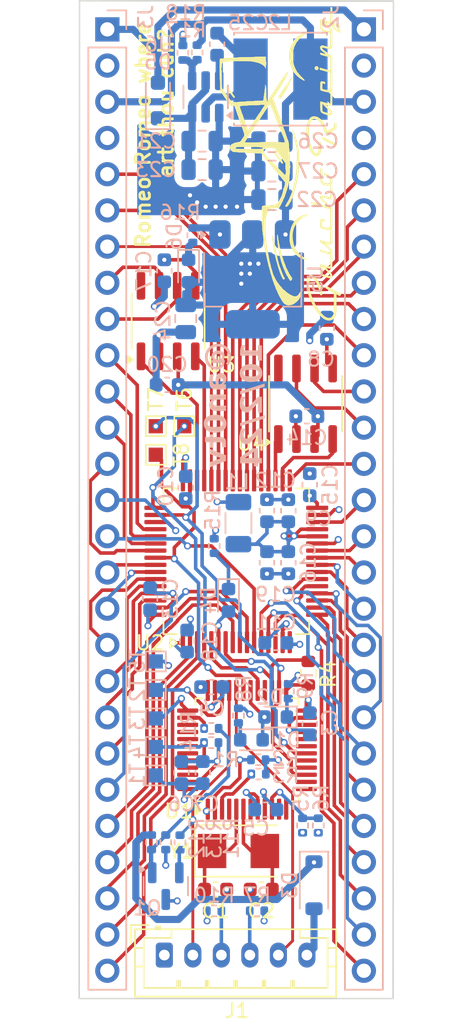
<source format=kicad_pcb>
(kicad_pcb (version 20240108) (generator "pcbnew") (generator_version "8.0")
  (layers (0 "F.Cu" signal) (1 "In1.Cu" signal) (2 "In2.Cu" signal) (31 "B.Cu" signal) (34 "B.Paste" user) (35 "F.Paste" user) (36 "B.SilkS" user "B.Silkscreen") (37 "F.SilkS" user "F.Silkscreen") (38 "B.Mask" user) (39 "F.Mask" user) (44 "Edge.Cuts" user))
  (net 0 "")
  (net 1 "GND")
  (net 2 "/Power/Vin_D")
  (net 3 "+5V")
  (net 4 "+3.3V")
  (net 5 "VDDA")
  (net 6 "/Power/LED3v3")
  (net 7 "LED")
  (net 8 "VBUS")
  (net 9 "HBEAT")
  (net 10 "+12V")
  (net 11 "D-")
  (net 12 "D+")
  (net 13 "PA2")
  (net 14 "PC0")
  (net 15 "PA3")
  (net 16 "PA0")
  (net 17 "PA1")
  (net 18 "PC2")
  (net 19 "PC15")
  (net 20 "PC13")
  (net 21 "PC3")
  (net 22 "PC14")
  (net 23 "PC1")
  (net 24 "PA4")
  (net 25 "SPI3_MOSI")
  (net 26 "PB9")
  (net 27 "CANH3")
  (net 28 "CANL3")
  (net 29 "PB5")
  (net 30 "PD2")
  (net 31 "I2C1_SDA")
  (net 32 "SPI3_SCK")
  (net 33 "SPI3_MISO")
  (net 34 "PB6")
  (net 35 "I2C1_SCL")
  (net 36 "PC4")
  (net 37 "PC5")
  (net 38 "PB0")
  (net 39 "PB11")
  (net 40 "PB2")
  (net 41 "PB1")
  (net 42 "SPI1_MISO")
  (net 43 "SPI1_SCK")
  (net 44 "PB10")
  (net 45 "SPI1_MOSI")
  (net 46 "CANH2")
  (net 47 "CANL2")
  (net 48 "PB14")
  (net 49 "PB15")
  (net 50 "PA10")
  (net 51 "I2C2_SCL")
  (net 52 "I2C3_SCL")
  (net 53 "I2C4_SCL")
  (net 54 "I2C3_SDA")
  (net 55 "I2C4_SDA")
  (net 56 "I2C2_SDA")
  (net 57 "Net-(Q1-B)")
  (net 58 "Net-(Q1-E)")
  (net 59 "B0")
  (net 60 "T_DIO")
  (net 61 "RENUM")
  (net 62 "DIO")
  (net 63 "CLK")
  (net 64 "CTXD2")
  (net 65 "T_CLK")
  (net 66 "CTXD3")
  (net 67 "CRXD3")
  (net 68 "CRXD2")
  (net 69 "T_RST")
  (net 71 "T_TX")
  (net 72 "T_RX")
  (net 73 "PA15")
  (net 74 "PB4")
  (net 75 "XTAL_S")
  (net 76 "Net-(J1-Pin_4)")
  (net 77 "Net-(J1-Pin_3)")
  (net 78 "Net-(U1-PD0)")
  (net 79 "Net-(D1-A)")
  (net 80 "Net-(D2-K)")
  (net 81 "Net-(D4-K)")
  (net 82 "Net-(U1-PC13)")
  (net 83 "Net-(U1-PC14)")
  (net 84 "Net-(U1-PB12)")
  (net 85 "Net-(U1-PA0)")
  (net 99 "T_SWO")
  (net 100 "MCO")
  (net 107 "Net-(U6-VFB)")
  (net 108 "Net-(U6-VBST)")
  (net 109 "Net-(U6-SW)")
  (footprint "TestPoint:TestPoint_Pad_1.0x1.0mm" (layer "F.Cu") (at 116.1 57.6)
    (property "Reference" "T6")
    (property "Value" "~")
  )
  (footprint "Capacitor_SMD:C_0603_1608Metric" (layer "F.Cu") (at 118.3 90.1)
    (property "Reference" "C1")
    (property "Value" "20pF")
  )
  (footprint "TestPoint:TestPoint_Pad_1.0x1.0mm" (layer "F.Cu") (at 114.1 59.6)
    (property "Reference" "T8")
    (property "Value" "~")
  )
  (footprint "Package_QFP:LQFP-48_7x7mm_P0.5mm" (layer "F.Cu") (at 120.5 80.3 90)
    (property "Reference" "U1")
    (property "Value" "STM32F103C8Tx")
  )
  (footprint "LOGO" (layer "F.Cu") (at 122.8 39.2 90)
    (property "Reference" "G***" (hide yes))
    (property "Value" "LOGO" (hide yes))
  )
  (footprint "Connector_JST:JST_PH_B6B-PH-K_1x06_P2.00mm_Vertical" (layer "F.Cu") (at 114.700001 94.7)
    (property "Reference" "J1")
    (property "Value" "Conn_01x06_Socket")
  )
  (footprint "Capacitor_SMD:C_0603_1608Metric" (layer "F.Cu") (at 121.5 90.1 180)
    (property "Reference" "C2")
    (property "Value" "20pF")
  )
  (footprint "Package_SO:SOIC-8_3.9x4.9mm_P1.27mm" (layer "F.Cu") (at 114.965 50.225 90)
    (property "Reference" "U3")
    (property "Value" "MCP2542FDxMF")
  )
  (footprint "Crystal:Crystal_SMD_5032-2Pin_5.0x3.2mm" (layer "F.Cu") (at 119.9 87.4)
    (property "Reference" "Y1")
    (property "Value" "8MHz")
  )
  (footprint "TestPoint:TestPoint_Pad_1.0x1.0mm" (layer "F.Cu") (at 114.1 57.6)
    (property "Reference" "T7")
    (property "Value" "~")
  )
  (footprint "Package_QFP:LQFP-64_10x10mm_P0.5mm" (layer "F.Cu") (at 119.75 67.075 90)
    (property "Reference" "U2")
    (property "Value" "STM32G474RBTx")
  )
  (footprint "Resistor_SMD:R_0603_1608Metric" (layer "F.Cu") (at 124.8 74.925 90)
    (property "Reference" "R4")
    (property "Value" "100")
  )
  (footprint "Package_SO:SOIC-8_3.9x4.9mm_P1.27mm" (layer "F.Cu") (at 124.605 56.025 90)
    (property "Reference" "U4")
    (property "Value" "MCP2542FDxMF")
  )
  (footprint "Resistor_SMD:R_0402_1005Metric" (layer "B.Cu") (at 119.9 77.9 90)
    (property "Reference" "R8")
    (property "Value" "220")
  )
  (footprint "Capacitor_SMD:C_0805_2012Metric" (layer "B.Cu") (at 122.25 37.6375 180)
    (property "Reference" "C26")
    (property "Value" "22uF")
  )
  (footprint "LED_SMD:LED_0603_1608Metric" (layer "B.Cu") (at 116.4 46.712499 -90)
    (property "Reference" "D6")
    (property "Value" "RED")
  )
  (footprint "Capacitor_SMD:C_0805_2012Metric" (layer "B.Cu") (at 116.2 50.049999 -90)
    (property "Reference" "C24")
    (property "Value" "22uF")
  )
  (footprint "Capacitor_SMD:C_0603_1608Metric" (layer "B.Cu") (at 118.025 75.9)
    (property "Reference" "C4")
    (property "Value" "100nF")
  )
  (footprint "Capacitor_SMD:C_0603_1608Metric" (layer "B.Cu") (at 114.9 54.7 180)
    (property "Reference" "C20")
    (property "Value" "100nF")
  )
  (footprint "Package_TO_SOT_SMD:SOT-223-3_TabPin2" (layer "B.Cu") (at 120.9 47.3 -90)
    (property "Reference" "U5")
    (property "Value" "AMS1117-3.3")
  )
  (footprint "Diode_SMD:D_SOD-323_HandSoldering" (layer "B.Cu") (at 114.25 34.749999 90)
    (property "Reference" "D5")
    (property "Value" "1N5819")
  )
  (footprint "Resistor_SMD:R_0402_1005Metric" (layer "B.Cu") (at 121.309999 82 180)
    (property "Reference" "R3")
    (property "Value" "DNP")
  )
  (footprint "Resistor_SMD:R_0402_1005Metric" (layer "B.Cu") (at 116.7 44.2 90)
    (property "Reference" "R16")
    (property "Value" "220")
  )
  (footprint "Connector_PinHeader_2.54mm:PinHeader_1x27_P2.54mm_Vertical" (layer "B.Cu") (at 128.7 29.76 180)
    (property "Reference" "J2")
    (property "Value" "Conn_01x27_Socket")
  )
  (footprint "Capacitor_SMD:C_0603_1608Metric" (layer "B.Cu") (at 116.2 61.9 -90)
    (property "Reference" "C10")
    (property "Value" "100nF")
  )
  (footprint "LED_SMD:LED_0603_1608Metric" (layer "B.Cu") (at 120.812499 79.6 180)
    (property "Reference" "D1")
    (property "Value" "BLUE")
  )
  (footprint "Capacitor_SMD:C_0805_2012Metric" (layer "B.Cu") (at 122.250001 41.7 180)
    (property "Reference" "C22")
    (property "Value" "10uF")
  )
  (footprint "Capacitor_SMD:C_0805_2012Metric" (layer "B.Cu") (at 122.25 39.7 180)
    (property "Reference" "C27")
    (property "Value" "22uF")
  )
  (footprint "TestPoint:TestPoint_Pad_1.0x1.0mm" (layer "B.Cu") (at 114.1 80.1 180)
    (property "Reference" "T4")
    (property "Value" "~")
  )
  (footprint "Resistor_SMD:R_0402_1005Metric" (layer "B.Cu") (at 113.8 86.790001 90)
    (property "Reference" "R12")
    (property "Value" "10k")
  )
  (footprint "Capacitor_SMD:C_0603_1608Metric" (layer "B.Cu") (at 123.4 63.525 90)
    (property "Reference" "C9")
    (property "Value" "10nF")
  )
  (footprint "Package_TO_SOT_SMD:SOT-23-6" (layer "B.Cu") (at 117.6 34.5 90)
    (property "Reference" "U6")
    (property "Value" "TPS563200")
  )
  (footprint "Resistor_SMD:R_0402_1005Metric" (layer "B.Cu") (at 114.8 86.790001 90)
    (property "Reference" "R13")
    (property "Value" "39k")
  )
  (footprint "TestPoint:TestPoint_Pad_1.0x1.0mm" (layer "B.Cu") (at 114.1 82.1 180)
    (property "Reference" "T1")
    (property "Value" "~")
  )
  (footprint "Resistor_SMD:R_0402_1005Metric" (layer "B.Cu") (at 121.290001 81 180)
    (property "Reference" "R2")
    (property "Value" "10k")
  )
  (footprint "Connector_PinHeader_2.54mm:PinHeader_1x27_P2.54mm_Vertical" (layer "B.Cu") (at 110.7 29.76 180)
    (property "Reference" "J3")
    (property "Value" "Conn_01x27_Socket")
  )
  (footprint "Resistor_SMD:R_0402_1005Metric" (layer "B.Cu") (at 115.8 86.8 -90)
    (property "Reference" "R11")
    (property "Value" "1K5")
  )
  (footprint "Diode_SMD:D_SOD-123" (layer "B.Cu") (at 125.2 89.8 -90)
    (property "Reference" "D3")
    (property "Value" "B5819W")
  )
  (footprint "Resistor_SMD:R_0402_1005Metric" (layer "B.Cu") (at 118 78.8)
    (property "Reference" "R14")
    (property "Value" "100")
  )
  (footprint "Capacitor_SMD:C_0603_1608Metric" (layer "B.Cu") (at 121.9 67.175 -90)
    (property "Reference" "C19")
    (property "Value" "1uF")
  )
  (footprint "Capacitor_SMD:C_0603_1608Metric" (layer "B.Cu") (at 115.9 81.9 90)
    (property "Reference" "C6")
    (property "Value" "100nF")
  )
  (footprint "Capacitor_SMD:C_0603_1608Metric" (layer "B.Cu") (at 126.1 50.725 90)
    (property "Reference" "C8")
    (property "Value" "100nF")
  )
  (footprint "Capacitor_SMD:C_0603_1608Metric" (layer "B.Cu") (at 123.4 67.175 -90)
    (property "Reference" "C16")
    (property "Value" "100nF")
  )
  (footprint "Capacitor_SMD:C_0805_2012Metric" (layer "B.Cu") (at 117.35 37.6)
    (property "Reference" "C21")
    (property "Value" "10uF")
  )
  (footprint "Resistor_SMD:R_0402_1005Metric" (layer "B.Cu") (at 118.190001 91.6 180)
    (property "Reference" "R10")
    (property "Value" "5.1k")
  )
  (footprint "Capacitor_SMD:C_1206_3216Metric" (layer "B.Cu") (at 119.9 64.4 -90)
    (property "Reference" "L1")
    (property "Value" "4.7uH")
  )
  (footprint "TestPoint:TestPoint_Pad_1.0x1.0mm" (layer "B.Cu") (at 114.1 78.1 180)
    (property "Reference" "T3")
    (property "Value" "~")
  )
  (footprint "Resistor_SMD:R_0402_1005Metric" (layer "B.Cu") (at 123.4 76.2 -90)
    (property "Reference" "R9")
    (property "Value" "220")
  )
  (footprint "Package_TO_SOT_SMD:SOT-23" (layer "B.Cu") (at 114.8 89.862499 -90)
    (property "Reference" "Q1")
    (property "Value" "S9013")
  )
  (footprint "Capacitor_SMD:C_0805_2012Metric" (layer "B.Cu") (at 117.35 39.6)
    (property "Reference" "C23")
    (property "Value" "10uF")
  )
  (footprint "Resistor_SMD:R_0402_1005Metric" (layer "B.Cu") (at 125.5 85.61 -90)
    (property "Reference" "R6")
    (property "Value" "4k7")
  )
  (footprint "Resistor_SMD:R_0402_1005Metric" (layer "B.Cu") (at 118.2 66 -90)
    (property "Reference" "R15")
    (property "Value" "220")
  )
  (footprint "Capacitor_SMD:C_0603_1608Metric" (layer "B.Cu") (at 124.9 61.7 90)
    (property "Reference" "C15")
    (property "Value" "100nF")
  )
  (footprint "Capacitor_SMD:C_0603_1608Metric" (layer "B.Cu") (at 124.9 78.475 -90)
    (property "Reference" "C3")
    (property "Value" "100nF")
  )
  (footprint "Capacitor_SMD:C_0603_1608Metric" (layer "B.Cu") (at 122.525 72.8 180)
    (property "Reference" "C11")
    (property "Value" "100nF")
  )
  (footprint "Resistor_SMD:R_0402_1005Metric" (layer "B.Cu") (at 121.2 91.6)
    (property "Reference" "R7")
    (property "Value" "5.1k")
  )
  (footprint "TestPoint:TestPoint_Pad_1.0x1.0mm" (layer "B.Cu") (at 114.1 76.1 180)
    (property "Reference" "T2")
    (property "Value" "~")
  )
  (footprint "Capacitor_SMD:C_0603_1608Metric" (layer "B.Cu") (at 121.9 63.525 90)
    (property "Reference" "C12")
    (property "Value" "1uF")
  )
  (footprint "Capacitor_SMD:C_0603_1608Metric" (layer "B.Cu") (at 116.3 72.675 90)
    (property "Reference" "C18")
    (property "Value" "4.7uF")
  )
  (footprint "Capacitor_SMD:C_0603_1608Metric" (layer "B.Cu") (at 113.7 69.7 90)
    (property "Reference" "C13")
    (property "Value" "100nF")
  )
  (footprint "Capacitor_SMD:C_0603_1608Metric" (layer "B.Cu") (at 114.7 46.7 -90)
    (property "Reference" "C17")
    (property "Value" "100nF")
  )
  (footprint "Inductor_SMD:L_Cenker_CKCS6020" (layer "B.Cu") (at 122.85 33.25)
    (property "Reference" "L2")
    (property "Value" "4.7uH")
  )
  (footprint "Resistor_SMD:R_0402_1005Metric" (layer "B.Cu") (at 117.99 79.8)
    (property "Reference" "R1")
    (property "Value" "100k")
  )
  (footprint "Resistor_SMD:R_0402_1005Metric" (layer "B.Cu") (at 124.4 85.61 90)
    (property "Reference" "R5")
    (property "Value" "4k7")
  )
  (footprint "Capacitor_SMD:C_0603_1608Metric" (layer "B.Cu") (at 124.7 56.9 180)
    (property "Reference" "C14")
    (property "Value" "100nF")
  )
  (footprint "LED_SMD:LED_0603_1608Metric" (layer "B.Cu") (at 119.2 69.8125 -90)
    (property "Reference" "D4")
    (property "Value" "RED")
  )
  (footprint "Resistor_SMD:R_0402_1005Metric" (layer "B.Cu") (at 116 31.3975 90)
    (property "Reference" "R18")
    (property "Value" "10k")
  )
  (footprint "Resistor_SMD:R_0402_1005Metric" (layer "B.Cu") (at 117 31.377501 -90)
    (property "Reference" "R17")
    (property "Value" "56k2")
  )
  (footprint "Capacitor_SMD:C_0603_1608Metric" (layer "B.Cu") (at 121.825 84.5 180)
    (property "Reference" "C5")
    (property "Value" "100nF")
  )
  (footprint "Capacitor_SMD:C_0603_1608Metric" (layer "B.Cu") (at 117.4 81.9 90)
    (property "Reference" "C7")
    (property "Value" "4.7uF")
  )
  (footprint "Capacitor_SMD:C_0603_1608Metric" (layer "B.Cu") (at 118.4 30.8 -90)
    (property "Reference" "C25")
    (property "Value" "100nF")
  )
  (footprint "TestPoint:TestPoint_Pad_1.0x1.0mm" (layer "B.Cu") (at 114.1 74.1 180)
    (property "Reference" "T5")
    (property "Value" "~")
  )
  (footprint "LED_SMD:LED_0603_1608Metric" (layer "B.Cu") (at 122.512499 78 180)
    (property "Reference" "D2")
    (property "Value" "RED")
  )
  (gr_line (start 130.75 97.75) (end 130.775 27.775) (stroke (width 0.1)) (layer "Edge.Cuts"))
  (gr_line (start 108.75 27.75) (end 108.725 97.75) (stroke (width 0.1)) (layer "Edge.Cuts"))
  (gr_line (start 130.775 27.775) (end 108.75 27.75) (stroke (width 0.1)) (layer "Edge.Cuts"))
  (gr_line (start 108.725 97.75) (end 130.75 97.75) (stroke (width 0.1)) (layer "Edge.Cuts"))
  (gr_text "@an0tv\n10/2/24\n" (at 121.8 56.1 90) (layer "B.SilkS") (effects (font (size 1.5 1.5) (thickness 0.2) (bold yes)) (justify bottom mirror)))
  (gr_text "Romeo Romeo where \n	art thou cuh?" (at 115.4 36.8 90) (layer "F.SilkS") (effects (font (size 1 1) (thickness 0.2)) (justify bottom)))
  (segment (start 114.3 52.67) (end 114.33 52.7) (width 0.25) (layer "F.Cu") (net 1))
  (segment (start 114.917764 70.325) (end 114.075 70.325) (width 0.25) (layer "F.Cu") (net 1))
  (segment (start 120.725 90.1) (end 120.7 90.1) (width 0.25) (layer "F.Cu") (net 1))
  (segment (start 118.401092 81.291672) (end 117.142764 82.55) (width 0.25) (layer "F.Cu") (net 1))
  (segment (start 116.2 62.675) (end 116.2 62.542764) (width 0.25) (layer "F.Cu") (net 1))
  (segment (start 116.5 62.242764) (end 116.5 61.4) (width 0.25) (layer "F.Cu") (net 1))
  (segment (start 123 71.907236) (end 123 72.75) (width 0.25) (layer "F.Cu") (net 1))
  (segment (start 120.449342 83.289511) (end 120.559831 83.4) (width 0.25) (layer "F.Cu") (net 1))
  (segment (start 121.25 83.657236) (end 121.25 84.4625) (width 0.25) (layer "F.Cu") (net 1))
  (segment (start 126.9 65.55) (end 126.624999 65.825001) (width 0.25) (layer "F.Cu") (net 1))
  (segment (start 118.401092 81.1) (end 118.401092 81.291672) (width 0.25) (layer "F.Cu") (net 1))
  (segment (start 116.2 62.542764) (end 116.5 62.242764) (width 0.25) (layer "F.Cu") (net 1))
  (segment (start 123.465681 78.441555) (end 123.857236 78.05) (width 0.25) (layer "F.Cu") (net 1))
  (segment (start 120.559831 83.4) (end 120.992764 83.4) (width 0.25) (layer "F.Cu") (net 1))
  (segment (start 115.299999 69.317633) (end 115.299999 69.942765) (width 0.25) (layer "F.Cu") (net 1))
  (segment (start 123.465681 78.924999) (end 123.465681 78.441555) (width 0.25) (layer "F.Cu") (net 1))
  (segment (start 120.992764 83.4) (end 121.25 83.657236) (width 0.25) (layer "F.Cu") (net 1))
  (segment (start 123.857236 78.05) (end 124.6625 78.05) (width 0.25) (layer "F.Cu") (net 1))
  (segment (start 117.142764 82.55) (end 116.3375 82.55) (width 0.25) (layer "F.Cu") (net 1))
  (segment (start 126.624999 65.825001) (end 125.425 65.825001) (width 0.25) (layer "F.Cu") (net 1))
  (segment (start 118 77.3) (end 118 77.192764) (width 0.25) (layer "F.Cu") (net 1))
  (segment (start 115.299999 69.942765) (end 114.917764 70.325) (width 0.25) (layer "F.Cu") (net 1))
  (segment (start 123.925 58.455) (end 123.97 58.5) (width 0.25) (layer "F.Cu") (net 1))
  (segment (start 118.25 76.942764) (end 118.25 76.1375) (width 0.25) (layer "F.Cu") (net 1))
  (segment (start 123.25 71.657236) (end 123 71.907236) (width 0.25) (layer "F.Cu") (net 1))
  (segment (start 118 77.192764) (end 118.25 76.942764) (width 0.25) (layer "F.Cu") (net 1))
  (segment (start 123.25 71.45) (end 123.25 71.657236) (width 0.25) (layer "F.Cu") (net 1))
  (segment (start 114.3 51.2) (end 114.3 52.67) (width 0.25) (layer "F.Cu") (net 1))
  (segment (start 126.267765 63.825) (end 125.425 63.825) (width 0.25) (layer "F.Cu") (net 1))
  (segment (start 126.95 63.45) (end 126.642765 63.45) (width 0.25) (layer "F.Cu") (net 1))
  (segment (start 126.642765 63.45) (end 126.267765 63.825) (width 0.25) (layer "F.Cu") (net 1))
  (segment (start 123.925 56.9) (end 123.925 58.455) (width 0.25) (layer "F.Cu") (net 1))
  (via (at 116.524785 71.124785) (size 0.5) (drill 0.3) (layers "F.Cu" "B.Cu") (net 1))
  (via (at 118.3 42.2) (size 0.5) (drill 0.3) (layers "F.Cu" "B.Cu") (net 1))
  (via (at 114.8 88.4) (size 0.5) (drill 0.3) (layers "F.Cu" "B.Cu") (net 1))
  (via (at 121.9 62.75) (size 0.5) (drill 0.3) (layers "F.Cu" "B.Cu") (net 1))
  (via (at 122.693413 81.006587) (size 0.5) (drill 0.3) (layers "F.Cu" "B.Cu") (net 1))
  (via (at 115.299999 69.317633) (size 0.5) (drill 0.3) (layers "F.Cu" "B.Cu") (net 1))
  (via (at 118 77.3) (size 0.5) (drill 0.3) (layers "F.Cu" "B.Cu") (net 1))
  (via (at 124.4 86.1) (size 0.5) (drill 0.3) (layers "F.Cu" "B.Cu") (net 1))
  (via (at 120.449342 83.289511) (size 0.5) (drill 0.3) (layers "F.Cu" "B.Cu") (net 1))
  (via (at 124.9 51.6) (size 0.5) (drill 0.3) (layers "F.Cu" "B.Cu") (net 1))
  (via (at 121.9 67.95) (size 0.5) (drill 0.3) (layers "F.Cu" "B.Cu") (net 1))
  (via (at 114.3 51.2) (size 0.5) (drill 0.3) (layers "F.Cu" "B.Cu") (net 1))
  (via (at 117 41.9) (size 0.5) (drill 0.3) (layers "F.Cu" "B.Cu") (net 1))
  (via (at 123.4 62.75) (size 0.5) (drill 0.3) (layers "F.Cu" "B.Cu") (net 1))
  (via (at 117.6 42.2) (size 0.5) (drill 0.3) (layers "F.Cu" "B.Cu") (net 1))
  (via (at 116.2 62.675) (size 0.5) (drill 0.3) (layers "F.Cu" "B.Cu") (net 1))
  (via (at 114 49.2) (size 0.5) (drill 0.3) (layers "F.Cu" "B.Cu") (net 1))
  (via (at 119.075 90.1) (size 0.5) (drill 0.3) (layers "F.Cu" "B.Cu") (net 1))
  (via (at 114.993413 74.393413) (size 0.5) (drill 0.3) (layers "F.Cu" "B.Cu") (net 1))
  (via (at 118.6 44.15) (size 0.5) (drill 0.3) (layers "F.Cu" "B.Cu") (net 1))
  (via (at 121.7 92.3) (size 0.5) (drill 0.3) (layers "F.Cu" "B.Cu") (net 1))
  (via (at 124.077704 75.073199) (size 0.5) (drill 0.3) (layers "F.Cu" "B.Cu") (net 1))
  (via (at 118.401092 81.1) (size 0.5) (drill 0.3) (layers "F.Cu" "B.Cu") (net 1))
  (via (at 124.9 60.925) (size 0.5) (drill 0.3) (layers "F.Cu" "B.Cu") (net 1))
  (via (at 117.7 92.3) (size 0.5) (drill 0.3) (layers "F.Cu" "B.Cu") (net 1))
  (via (at 119 42.2) (size 0.5) (drill 0.3) (layers "F.Cu" "B.Cu") (net 1))
  (via (at 116.5 41.4) (size 0.5) (drill 0.3) (layers "F.Cu" "B.Cu") (net 1))
  (via (at 120.7 90.1) (size 0.5) (drill 0.3) (layers "F.Cu" "B.Cu") (net 1))
  (via (at 116 30.1) (size 0.5) (drill 0.3) (layers "F.Cu" "B.Cu") (net 1))
  (via (at 123.25 71.45) (size 0.5) (drill 0.3) (layers "F.Cu" "B.Cu") (net 1))
  (via (at 123.465681 78.924999) (size 0.5) (drill 0.3) (layers "F.Cu" "B.Cu") (net 1))
  (via (at 119.8 42.2) (size 0.5) (drill 0.3) (layers "F.Cu" "B.Cu") (net 1))
  (via (at 123.4 67.95) (size 0.5) (drill 0.3) (layers "F.Cu" "B.Cu") (net 1))
  (via (at 118.3 64.9) (size 0.5) (drill 0.3) (layers "F.Cu" "B.Cu") (net 1))
  (via (at 126.9 65.55) (size 0.5) (drill 0.3) (layers "F.Cu" "B.Cu") (net 1))
  (via (at 123.925 56.9) (size 0.5) (drill 0.3) (layers "F.Cu" "B.Cu") (net 1))
  (via (at 126.95 63.45) (size 0.5) (drill 0.3) (layers "F.Cu" "B.Cu") (net 1))
  (segment (start 117.7 92.3) (end 117.7 91.619998) (width 0.25) (layer "B.Cu") (net 1))
  (segment (start 118.376092 81.125) (end 117.4 81.125) (width 0.25) (layer "B.Cu") (net 1))
  (segment (start 117.7 91.619998) (end 117.680002 91.6) (width 0.25) (layer "B.Cu") (net 1))
  (segment (start 115.299999 69.317633) (end 114.092633 69.317633) (width 0.25) (layer "B.Cu") (net 1))
  (segment (start 121.8 81) (end 121.8 81.980002) (width 0.25) (layer "B.Cu") (net 1))
  (segment (start 124.4 86.12) (end 124.4 86.1) (width 0.25) (layer "B.Cu") (net 1))
  (segment (start 116.524785 71.124785) (end 116.524785 71.675215) (width 0.25) (layer "B.Cu") (net 1))
  (segment (start 123.465681 78.924999) (end 124.574999 78.924999) (width 0.25) (layer "B.Cu") (net 1))
  (segment (start 114.125 51.375) (end 114.125 54.7) (width 0.5) (layer "B.Cu") (net 1))
  (segment (start 123.4 67.95) (end 121.9 67.95) (width 0.25) (layer "B.Cu") (net 1))
  (segment (start 118.401092 81.1) (end 118.376092 81.125) (width 0.25) (layer "B.Cu") (net 1))
  (segment (start 118 77.3) (end 118.8 76.5) (width 0.25) (layer "B.Cu") (net 1))
  (segment (start 114.092633 69.317633) (end 113.7 68.925) (width 0.25) (layer "B.Cu") (net 1))
  (segment (start 124.574999 78.924999) (end 124.9 79.25) (width 0.25) (layer "B.Cu") (net 1))
  (segment (start 124.9 51.15) (end 126.1 49.95) (width 0.5) (layer "B.Cu") (net 1))
  (segment (start 123.4 62.75) (end 121.9 62.75) (width 0.25) (layer "B.Cu") (net 1))
  (segment (start 120.449342 83.289511) (end 121.05 83.890169) (width 0.25) (layer "B.Cu") (net 1))
  (segment (start 121.8 81.980002) (end 121.819998 82) (width 0.25) (layer "B.Cu") (net 1))
  (segment (start 114.7 48.5) (end 114.7 47.475) (width 0.5) (layer "B.Cu") (net 1))
  (segment (start 114.500002 50.999998) (end 114.3 51.2) (width 0.5) (layer "B.Cu") (net 1))
  (segment (start 123.4 75.690001) (end 123.460902 75.690001) (width 0.25) (layer "B.Cu") (net 1))
  (segment (start 116.2 50.999998) (end 114.500002 50.999998) (width 0.5) (layer "B.Cu") (net 1))
  (segment (start 118.55 35.6375) (end 118.55 36.9875) (width 0.5) (layer "B.Cu") (net 1))
  (segment (start 123.460902 75.690001) (end 124.077704 75.073199) (width 0.25) (layer "B.Cu") (net 1))
  (segment (start 118.2 65) (end 118.3 64.9) (width 0.25) (layer "B.Cu") (net 1))
  (segment (start 114.1 74.1) (end 114.7 74.1) (width 0.25) (layer "B.Cu") (net 1))
  (segment (start 123.1 71.45) (end 121.75 72.8) (width 0.25) (layer "B.Cu") (net 1))
  (segment (start 114.3 51.2) (end 114.125 51.375) (width 0.5) (layer "B.Cu") (net 1))
  (segment (start 116 30.1) (end 116 30.8875) (width 0.5) (layer "B.Cu") (net 1))
  (segment (start 118.5 81.001092) (end 118.5 79.8) (width 0.25) (layer "B.Cu") (net 1))
  (segment (start 121.806587 81.006587) (end 121.8 81) (width 0.25) (layer "B.Cu") (net 1))
  (segment (start 118.8 76.5) (end 118.8 75.9) (width 0.25) (layer "B.Cu") (net 1))
  (segment (start 121.05 83.890169) (end 121.05 84.5) (width 0.25) (layer "B.Cu") (net 1))
  (segment (start 123.25 71.45) (end 123.1 71.45) (width 0.25) (layer "B.Cu") (net 1))
  (segment (start 114.8 87.3) (end 114.8 88.4) (width 0.25) (layer "B.Cu") (net 1))
  (segment (start 121.7 92.3) (end 121.7 91.609999) (width 0.25) (layer "B.Cu") (net 1))
  (segment (start 121.7 91.609999) (end 121.709999 91.6) (width 0.25) (layer "B.Cu") (net 1))
  (segment (start 118.401092 81.1) (end 118.5 81.001092) (width 0.25) (layer "B.Cu") (net 1))
  (segment (start 118.140001 43.690001) (end 116.7 43.690001) (width 0.5) (layer "B.Cu") (net 1))
  (segment (start 118.2 65.49) (end 118.2 65) (width 0.25) (layer "B.Cu") (net 1))
  (segment (start 116.524785 71.675215) (end 116.3 71.9) (width 0.25) (layer "B.Cu") (net 1))
  (segment (start 118.55 36.9875) (end 118.15 37.3875) (width 0.5) (layer "B.Cu") (net 1))
  (segment (start 122.693413 81.006587) (end 121.806587 81.006587) (width 0.25) (layer "B.Cu") (net 1))
  (segment (start 124.9 51.6) (end 124.9 51.15) (width 0.5) (layer "B.Cu") (net 1))
  (segment (start 118.6 44.15) (end 118.140001 43.690001) (width 0.5) (layer "B.Cu") (net 1))
  (segment (start 115.9 81.125) (end 117.4 81.125) (width 0.25) (layer "B.Cu") (net 1))
  (segment (start 114.7 74.1) (end 114.993413 74.393413) (width 0.25) (layer "B.Cu") (net 1))
  (segment (start 114 49.2) (end 114.7 48.5) (width 0.5) (layer "B.Cu") (net 1))
  (segment (start 116.65 35.6375) (end 116.65 34.974999) (width 0.5) (layer "B.Cu") (net 2))
  (segment (start 116.65 34.974999) (end 117.6 34.024999) (width 0.5) (layer "B.Cu") (net 2))
  (segment (start 116.287502 35.999998) (end 116.65 35.6375) (width 0.5) (layer "B.Cu") (net 2))
  (segment (start 116.65 37.35) (end 116.4 37.6) (width 0.5) (layer "B.Cu") (net 2))
  (segment (start 116.4 37.6) (end 116.4 39.6) (width 0.5) (layer "B.Cu") (net 2))
  (segment (start 116.65 35.6375) (end 116.65 37.35) (width 0.5) (layer "B.Cu") (net 2))
  (segment (start 114.25 35.999998) (end 116.287502 35.999998) (width 0.5) (layer "B.Cu") (net 2))
  (segment (start 117.6 34.024999) (end 117.6 33.3625) (width 0.5) (layer "B.Cu") (net 2))
  (segment (start 125.475 56.9) (end 125.475 58.265) (width 0.25) (layer "F.Cu") (net 3))
  (segment (start 115.675 52.775) (end 115.6 52.7) (width 0.25) (layer "F.Cu") (net 3))
  (segment (start 125.475 58.265) (end 125.24 58.5) (width 0.25) (layer "F.Cu") (net 3))
  (segment (start 115.675 54.7) (end 115.675 52.775) (width 0.25) (layer "F.Cu") (net 3))
  (via (at 125.2 88.2) (size 0.5) (drill 0.3) (layers "F.Cu" "B.Cu") (net 3))
  (via (at 125.475 56.9) (size 0.5) (drill 0.3) (layers "F.Cu" "B.Cu") (net 3))
  (via (at 115.675 54.7) (size 0.5) (drill 0.3) (layers "F.Cu" "B.Cu") (net 3))
  (via (at 123.2 44.15) (size 0.5) (drill 0.3) (layers "F.Cu" "B.Cu") (net 3))
  (segment (start 123.2 35) (end 124.95 33.25) (width 0.5) (layer "B.Cu") (net 3))
  (segment (start 123.2 39.7) (end 123.2 37.6375) (width 0.5) (layer "B.Cu") (net 3))
  (segment (start 117.359457 30.508045) (end 117 30.867502) (width 0.5) (layer "B.Cu") (net 3))
  (segment (start 114.2 92.2) (end 115.7 92.2) (width 0.5) (layer "B.Cu") (net 3))
  (segment (start 114.660001 34.839999) (end 110.7 34.839999) (width 0.5) (layer "B.Cu") (net 3))
  (segment (start 117.359457 29.400322) (end 115.709728 29.400322) (width 0.5) (layer "B.Cu") (net 3))
  (segment (start 118.2 29.1) (end 117.659779 29.1) (width 0.5) (layer "B.Cu") (net 3))
  (segment (start 112.7 90.7) (end 114.2 92.2) (width 0.5) (layer "B.Cu") (net 3))
  (segment (start 115.2 29.91005) (end 115.2 34.3) (width 0.5) (layer "B.Cu") (net 3))
  (segment (start 115.7 92.2) (end 117.1 90.8) (width 0.5) (layer "B.Cu") (net 3))
  (segment (start 125.475 56.9) (end 123.275 54.7) (width 0.5) (layer "B.Cu") (net 3))
  (segment (start 115.2 34.3) (end 114.660001 34.839999) (width 0.5) (layer "B.Cu") (net 3))
  (segment (start 123.2 37.6375) (end 123.2 35) (width 0.5) (layer "B.Cu") (net 3))
  (segment (start 117.659779 29.1) (end 117.359457 29.400322) (width 0.5) (layer "B.Cu") (net 3))
  (segment (start 124.4 29.1) (end 118.2 29.1) (width 0.5) (layer "B.Cu") (net 3))
  (segment (start 113.8 86.280002) (end 113.219998 86.280002) (width 0.5) (layer "B.Cu") (net 3))
  (segment (start 126.539999 34.839999) (end 124.95 33.25) (width 0.5) (layer "B.Cu") (net 3))
  (segment (start 117.1 90.8) (end 122.6 90.8) (width 0.5) (layer "B.Cu") (net 3))
  (segment (start 115.709728 29.400322) (end 115.2 29.91005) (width 0.5) (layer "B.Cu") (net 3))
  (segment (start 124.95 33.25) (end 124.95 29.65) (width 0.5) (layer "B.Cu") (net 3))
  (segment (start 123.275 54.7) (end 115.675 54.7) (width 0.5) (layer "B.Cu") (net 3))
  (segment (start 124.95 29.65) (end 124.4 29.1) (width 0.5) (layer "B.Cu") (net 3))
  (segment (start 122.6 90.8) (end 125.2 88.2) (width 0.5) (layer "B.Cu") (net 3))
  (segment (start 123.2 44.15) (end 123.2 37.6375) (width 0.5) (layer "B.Cu") (net 3))
  (segment (start 128.7 34.839999) (end 126.539999 34.839999) (width 0.5) (layer "B.Cu") (net 3))
  (segment (start 113.219998 86.280002) (end 112.7 86.8) (width 0.5) (layer "B.Cu") (net 3))
  (segment (start 125.2 88.15) (end 125.2 88.2) (width 0.5) (layer "B.Cu") (net 3))
  (segment (start 117.359457 29.400322) (end 117.359457 30.508045) (width 0.5) (layer "B.Cu") (net 3))
  (segment (start 112.7 86.8) (end 112.7 90.7) (width 0.5) (layer "B.Cu") (net 3))
  (segment (start 121.652968 83.247032) (end 121.75 83.344064) (width 0.25) (layer "F.Cu") (net 4))
  (segment (start 115.950001 72.8) (end 116.000001 72.75) (width 0.25) (layer "F.Cu") (net 4))
  (segment (start 125.425 63) (end 125.425 63.325001) (width 0.25) (layer "F.Cu") (net 4))
  (segment (start 116.1 83.8) (end 116.1 83.2875) (width 0.25) (layer "F.Cu") (net 4))
  (segment (start 117.75 84.4625) (end 117.75 84.501959) (width 0.25) (layer "F.Cu") (net 4))
  (segment (start 121.75 83.344064) (end 121.75 84.4625) (width 0.25) (layer "F.Cu") (net 4))
  (segment (start 126.1 51.5) (end 126.1 53.14) (width 0.25) (layer "F.Cu") (net 4))
  (segment (start 116.000001 59.999999) (end 116.000001 61.4) (width 0.25) (layer "F.Cu") (net 4))
  (segment (start 124.6625 77.55) (end 124.6625 76.9375) (width 0.25) (layer "F.Cu") (net 4))
  (segment (start 116.019999 45.925) (end 116.87 46.775001) (width 0.25) (layer "F.Cu") (net 4))
  (segment (start 113.55 71.349999) (end 114.075 70.824999) (width 0.25) (layer "F.Cu") (net 4))
  (segment (start 124.9 62.475) (end 125.425 63) (width 0.25) (layer "F.Cu") (net 4))
  (segment (start 116.87 46.775001) (end 116.87 47.75) (width 0.25) (layer "F.Cu") (net 4))
  (segment (start 124.6625 76.9375) (end 124.8 76.8) (width 0.25) (layer "F.Cu") (net 4))
  (segment (start 114.7 45.925) (end 116.019999 45.925) (width 0.25) (layer "F.Cu") (net 4))
  (segment (start 113.55 71.6) (end 113.55 71.349999) (width 0.25) (layer "F.Cu") (net 4))
  (segment (start 116.2 59.8) (end 116.000001 59.999999) (width 0.25) (layer "F.Cu") (net 4))
  (segment (start 126.1 53.14) (end 126.51 53.55) (width 0.25) (layer "F.Cu") (net 4))
  (segment (start 117.5125 75.9) (end 117.75 76.1375) (width 0.25) (layer "F.Cu") (net 4))
  (segment (start 115.3 72.8) (end 115.950001 72.8) (width 0.25) (layer "F.Cu") (net 4))
  (segment (start 123.649999 72.9) (end 123.499999 72.75) (width 0.25) (layer "F.Cu") (net 4))
  (segment (start 116.1 83.2875) (end 116.3375 83.05) (width 0.25) (layer "F.Cu") (net 4))
  (segment (start 117.25 75.9) (end 117.5125 75.9) (width 0.25) (layer "F.Cu") (net 4))
  (segment (start 117.75 84.501959) (end 117.650001 84.601958) (width 0.25) (layer "F.Cu") (net 4))
  (segment (start 124.2 72.9) (end 123.649999 72.9) (width 0.25) (layer "F.Cu") (net 4))
  (via (at 126.1 51.5) (size 0.5) (drill 0.3) (layers "F.Cu" "B.Cu") (net 4))
  (via (at 120.7 46.2) (size 0.5) (drill 0.3) (layers "F.Cu" "B.Cu") (net 4))
  (via (at 117.650001 84.601958) (size 0.5) (drill 0.3) (layers "F.Cu" "B.Cu") (net 4))
  (via (at 113.55 71.6) (size 0.5) (drill 0.3) (layers "F.Cu" "B.Cu") (net 4))
  (via (at 114.7 45.925) (size 0.5) (drill 0.3) (layers "F.Cu" "B.Cu") (net 4))
  (via (at 124.2 72.9) (size 0.5) (drill 0.3) (layers "F.Cu" "B.Cu") (net 4))
  (via (at 121.3 46.2) (size 0.5) (drill 0.3) (layers "F.Cu" "B.Cu") (net 4))
  (via (at 120.1 46.9) (size 0.5) (drill 0.3) (layers "F.Cu" "B.Cu") (net 4))
  (via (at 120.1 46.2) (size 0.5) (drill 0.3) (layers "F.Cu" "B.Cu") (net 4))
  (via (at 115.3 72.8) (size 0.5) (drill 0.3) (layers "F.Cu" "B.Cu") (net 4))
  (via (at 124.9 62.475) (size 0.5) (drill 0.3) (layers "F.Cu" "B.Cu") (net 4))
  (via (at 120.7 46.9) (size 0.5) (drill 0.3) (layers "F.Cu" "B.Cu") (net 4))
  (via (at 117.25 75.9) (size 0.5) (drill 0.3) (layers "F.Cu" "B.Cu") (net 4))
  (via (at 120.7 77.8) (size 0.5) (drill 0.3) (layers "F.Cu" "B.Cu") (net 4))
  (via (at 124.8 76.8) (size 0.5) (drill 0.3) (layers "F.Cu" "B.Cu") (net 4))
  (via (at 115.6 90.9) (size 0.5) (drill 0.3) (layers "F.Cu" "B.Cu") (net 4))
  (via (at 125.5 86.1) (size 0.5) (drill 0.3) (layers "F.Cu" "B.Cu") (net 4))
  (via (at 116.1 83.8) (size 0.5) (drill 0.3) (layers "F.Cu" "B.Cu") (net 4))
  (via (at 118.4 62.9) (size 0.5) (drill 0.3) (layers "F.Cu" "B.Cu") (net 4))
  (via (at 121.652968 83.247032) (size 0.5) (drill 0.3) (layers "F.Cu" "B.Cu") (net 4))
  (via (at 116.2 59.8) (size 0.5) (drill 0.3) (layers "F.Cu" "B.Cu") (net 4))
  (via (at 120.1 47.6) (size 0.5) (drill 0.3) (layers "F.Cu" "B.Cu") (net 4))
  (segment (start 120.9 44.150001) (end 120.9 46) (width 0.5) (layer "B.Cu") (net 4))
  (segment (start 115.9 82.675) (end 114.675 82.675) (width 0.25) (layer "B.Cu") (net 4))
  (segment (start 117.225 82.675) (end 116.1 83.8) (width 0.25) (layer "B.Cu") (net 4))
  (segment (start 119.9 62.925) (end 118.425 62.925) (width 0.25) (layer "B.Cu") (net 4))
  (segment (start 117.4 82.675) (end 115.9 82.675) (width 0.25) (layer "B.Cu") (net 4))
  (segment (start 115.95 73.45) (end 116.3 73.45) (width 0.25) (layer "B.Cu") (net 4))
  (segment (start 120.290001 77.390001) (end 120.7 77.8) (width 0.25) (layer "B.Cu") (net 4))
  (segment (start 124.2 72.9) (end 123.4 72.9) (width 0.25) (layer "B.Cu") (net 4))
  (segment (start 121.652968 83.247032) (end 121.652968 83.552968) (width 0.25) (layer "B.Cu") (net 4))
  (segment (start 116.4 48.9) (end 116.2 49.1) (width 0.5) (layer "B.Cu") (net 4))
  (segment (start 114.9 90.9) (end 114.8 90.8) (width 0.25) (layer "B.Cu") (net 4))
  (segment (start 117.4 82.675) (end 117.225 82.675) (width 0.25) (layer "B.Cu") (net 4))
  (segment (start 116.4 47.5) (end 116.4 48.9) (width 0.5) (layer "B.Cu") (net 4))
  (segment (start 116.2 61.125) (end 116.2 59.8) (width 0.25) (layer "B.Cu") (net 4))
  (segment (start 124.9 76.9) (end 124.8 76.8) (width 0.25) (layer "B.Cu") (net 4))
  (segment (start 120.9 44.150001) (end 117.550001 47.5) (width 0.5) (layer "B.Cu") (net 4))
  (segment (start 115.6 90.9) (end 114.9 90.9) (width 0.25) (layer "B.Cu") (net 4))
  (segment (start 114.675 82.675) (end 114.1 82.1) (width 0.25) (layer "B.Cu") (net 4))
  (segment (start 113.55 70.625) (end 113.7 70.475) (width 0.25) (layer "B.Cu") (net 4))
  (segment (start 120.9 46) (end 120.7 46.2) (width 0.5) (layer "B.Cu") (net 4))
  (segment (start 119.9 77.390001) (end 120.290001 77.390001) (width 0.25) (layer "B.Cu") (net 4))
  (segment (start 116.1 82.875) (end 115.9 82.675) (width 0.25) (layer "B.Cu") (net 4))
  (segment (start 125.5 86.12) (end 125.5 86.1) (width 0.25) (layer "B.Cu") (net 4))
  (segment (start 115.3 72.8) (end 115.95 73.45) (width 0.25) (layer "B.Cu") (net 4))
  (segment (start 116.1 83.8) (end 116.1 82.875) (width 0.25) (layer "B.Cu") (net 4))
  (segment (start 113.55 71.6) (end 113.55 70.625) (width 0.25) (layer "B.Cu") (net 4))
  (segment (start 117.550001 47.5) (end 116.4 47.5) (width 0.5) (layer "B.Cu") (net 4))
  (segment (start 121.652968 83.552968) (end 122.6 84.5) (width 0.25) (layer "B.Cu") (net 4))
  (segment (start 123.4 72.9) (end 123.3 72.8) (width 0.25) (layer "B.Cu") (net 4))
  (segment (start 118.425 62.925) (end 118.4 62.9) (width 0.25) (layer "B.Cu") (net 4))
  (segment (start 124.9 77.7) (end 124.9 76.9) (width 0.25) (layer "B.Cu") (net 4))
  (segment (start 123.8 65.3) (end 123.825 65.325) (width 0.25) (layer "F.Cu") (net 5))
  (segment (start 123.1 65.3) (end 123.8 65.3) (width 0.25) (layer "F.Cu") (net 5))
  (segment (start 123.825 65.325) (end 125.425 65.325) (width 0.25) (layer "F.Cu") (net 5))
  (segment (start 123.8 65.3) (end 124.275 64.825) (width 0.25) (layer "F.Cu") (net 5))
  (segment (start 124.275 64.825) (end 125.425 64.825) (width 0.25) (layer "F.Cu") (net 5))
  (via (at 123.8 65.3) (size 0.5) (drill 0.3) (layers "F.Cu" "B.Cu") (net 5))
  (via (at 123.1 65.3) (size 0.5) (drill 0.3) (layers "F.Cu" "B.Cu") (net 5))
  (segment (start 121.9 65.1) (end 121.9 64.3) (width 0.25) (layer "B.Cu") (net 5))
  (segment (start 123.4 65) (end 123.4 64.3) (width 0.25) (layer "B.Cu") (net 5))
  (segment (start 121.125 65.875) (end 121.9 65.1) (width 0.25) (layer "B.Cu") (net 5))
  (segment (start 123.8 65.3) (end 123.4 65.7) (width 0.25) (layer "B.Cu") (net 5))
  (segment (start 123.4 64.9) (end 123.4 64.3) (width 0.25) (layer "B.Cu") (net 5))
  (segment (start 119.9 65.875) (end 121.125 65.875) (width 0.25) (layer "B.Cu") (net 5))
  (segment (start 121.9 66.4) (end 123.4 66.4) (width 0.25) (layer "B.Cu") (net 5))
  (segment (start 121.375 65.875) (end 121.9 66.4) (width 0.25) (layer "B.Cu") (net 5))
  (segment (start 123.1 65.3) (end 123.4 65) (width 0.25) (layer "B.Cu") (net 5))
  (segment (start 123.4 65.7) (end 123.4 66.4) (width 0.25) (layer "B.Cu") (net 5))
  (segment (start 123.1 65.3) (end 123.4 65.6) (width 0.25) (layer "B.Cu") (net 5))
  (segment (start 123.8 65.3) (end 123.4 64.9) (width 0.25) (layer "B.Cu") (net 5))
  (segment (start 119.9 65.875) (end 121.375 65.875) (width 0.25) (layer "B.Cu") (net 5))
  (segment (start 121.9 64.3) (end 123.4 64.3) (width 0.25) (layer "B.Cu") (net 5))
  (segment (start 123.4 65.6) (end 123.4 66.4) (width 0.25) (layer "B.Cu") (net 5))
  (segment (start 116.4 45.924998) (end 116.4 45.009999) (width 0.5) (layer "B.Cu") (net 6))
  (segment (start 116.4 45.009999) (end 116.7 44.709999) (width 0.5) (layer "B.Cu") (net 6))
  (segment (start 120.75 77.025002) (end 120.75 76.1375) (width 0.25) (layer "F.Cu") (net 7))
  (segment (start 121.724998 78) (end 120.75 77.025002) (width 0.25) (layer "F.Cu") (net 7))
  (via (at 121.724998 78) (size 0.5) (drill 0.3) (layers "F.Cu" "B.Cu") (net 7))
  (segment (start 121.6 79.6) (end 121.6 78.124998) (width 0.25) (layer "B.Cu") (net 7))
  (segment (start 121.6 78.124998) (end 121.724998 78) (width 0.25) (layer "B.Cu") (net 7))
  (segment (start 125.2 91.45) (end 125.2 94.200001) (width 0.5) (layer "B.Cu") (net 8))
  (segment (start 125.2 94.200001) (end 124.700001 94.7) (width 0.5) (layer "B.Cu") (net 8))
  (segment (start 118.500001 71.575001) (end 118.500001 72.75) (width 0.25) (layer "F.Cu") (net 9))
  (via (at 118.500001 71.575001) (size 0.5) (drill 0.3) (layers "F.Cu" "B.Cu") (net 9))
  (segment (start 118.500001 71.299999) (end 119.2 70.6) (width 0.25) (layer "B.Cu") (net 9))
  (segment (start 118.500001 71.575001) (end 118.500001 71.299999) (width 0.25) (layer "B.Cu") (net 9))
  (segment (start 127.34 28.4) (end 115.4 28.4) (width 0.5) (layer "B.Cu") (net 10))
  (segment (start 114.25 29.55) (end 114.25 33.5) (width 0.5) (layer "B.Cu") (net 10))
  (segment (start 128.7 29.76) (end 127.34 28.4) (width 0.5) (layer "B.Cu") (net 10))
  (segment (start 110.7 29.76) (end 112.51 29.76) (width 0.5) (layer "B.Cu") (net 10))
  (segment (start 112.51 29.76) (end 114.25 31.5) (width 0.5) (layer "B.Cu") (net 10))
  (segment (start 114.25 31.5) (end 114.25 33.5) (width 0.5) (layer "B.Cu") (net 10))
  (segment (start 115.4 28.4) (end 114.25 29.55) (width 0.5) (layer "B.Cu") (net 10))
  (segment (start 123.7 83.35741) (end 119.75 79.40741) (width 0.2) (layer "F.Cu") (net 11))
  (segment (start 123.7 93.700001) (end 123.7 83.35741) (width 0.2) (layer "F.Cu") (net 11))
  (segment (start 119.75 79.40741) (end 119.75 76.1375) (width 0.2) (layer "F.Cu") (net 11))
  (segment (start 122.700001 95.45) (end 122.700001 94.7) (width 0.2) (layer "F.Cu") (net 11))
  (segment (start 122.700001 94.7) (end 123.7 93.700001) (width 0.2) (layer "F.Cu") (net 11))
  (segment (start 116.700002 94.7) (end 116.700002 85.200002) (width 0.2) (layer "F.Cu") (net 12))
  (segment (start 119.25 81.40741) (end 119.25 76.1375) (width 0.2) (layer "F.Cu") (net 12))
  (segment (start 116.696588 83.960822) (end 119.25 81.40741) (width 0.2) (layer "F.Cu") (net 12))
  (segment (start 116.696588 85.196588) (end 116.696588 83.960822) (width 0.2) (layer "F.Cu") (net 12))
  (segment (start 116.700002 85.200002) (end 116.696588 85.196588) (width 0.2) (layer "F.Cu") (net 12))
  (via (at 116.696588 85.196588) (size 0.5) (drill 0.3) (layers "F.Cu" "B.Cu") (net 12))
  (segment (start 116.696588 85.196588) (end 116.696588 85.393413) (width 0.2) (layer "B.Cu") (net 12))
  (segment (start 116.696588 85.393413) (end 115.8 86.290001) (width 0.2) (layer "B.Cu") (net 12))
  (segment (start 124.075 70.875) (end 123.011827 70.875) (width 0.25) (layer "F.Cu") (net 13))
  (segment (start 123.011827 70.875) (end 122.5 71.386827) (width 0.25) (layer "F.Cu") (net 13))
  (segment (start 122.5 71.386827) (end 122.5 72.75) (width 0.25) (layer "F.Cu") (net 13))
  (segment (start 127.05 85.262792) (end 126.175 84.387792) (width 0.25) (layer "F.Cu") (net 13))
  (segment (start 127.05 89.069999) (end 127.05 85.262792) (width 0.25) (layer "F.Cu") (net 13))
  (segment (start 126.175 84.387792) (end 126.175 72.975) (width 0.25) (layer "F.Cu") (net 13))
  (segment (start 128.7 90.719999) (end 127.05 89.069999) (width 0.25) (layer "F.Cu") (net 13))
  (segment (start 126.175 72.975) (end 124.075 70.875) (width 0.25) (layer "F.Cu") (net 13))
  (segment (start 112.4 84.576396) (end 113.925 83.051396) (width 0.25) (layer "F.Cu") (net 14))
  (segment (start 115.12916 71.749999) (end 115.625 71.254159) (width 0.25) (layer "F.Cu") (net 14))
  (segment (start 110.7 88.18) (end 112.4 86.48) (width 0.25) (layer "F.Cu") (net 14))
  (segment (start 113.925 72.911396) (end 115.086397 71.749999) (width 0.25) (layer "F.Cu") (net 14))
  (segment (start 112.4 86.48) (end 112.4 84.576396) (width 0.25) (layer "F.Cu") (net 14))
  (segment (start 116.686396 70.15) (end 118.377208 70.15) (width 0.25) (layer "F.Cu") (net 14))
  (segment (start 115.625 71.211396) (end 116.686396 70.15) (width 0.25) (layer "F.Cu") (net 14))
  (segment (start 115.625 71.254159) (end 115.625 71.211396) (width 0.25) (layer "F.Cu") (net 14))
  (segment (start 115.086397 71.749999) (end 115.12916 71.749999) (width 0.25) (layer "F.Cu") (net 14))
  (segment (start 113.925 83.051396) (end 113.925 72.911396) (width 0.25) (layer "F.Cu") (net 14))
  (segment (start 118.377208 70.15) (end 119.5 71.272792) (width 0.25) (layer "F.Cu") (net 14))
  (segment (start 119.5 71.272792) (end 119.5 72.75) (width 0.25) (layer "F.Cu") (net 14))
  (segment (start 127.5 86.98) (end 128.7 88.18) (width 0.25) (layer "F.Cu") (net 15))
  (segment (start 127.5 85.076396) (end 127.5 86.98) (width 0.25) (layer "F.Cu") (net 15))
  (segment (start 125.425 70.824999) (end 126.15 71.549999) (width 0.25) (layer "F.Cu") (net 15))
  (segment (start 126.625 72.774188) (end 126.625 84.201396) (width 0.25) (layer "F.Cu") (net 15))
  (segment (start 126.15 72.299188) (end 126.625 72.774188) (width 0.25) (layer "F.Cu") (net 15))
  (segment (start 126.15 71.549999) (end 126.15 72.299188) (width 0.25) (layer "F.Cu") (net 15))
  (segment (start 126.625 84.201396) (end 127.5 85.076396) (width 0.25) (layer "F.Cu") (net 15))
  (segment (start 125.725 84.574188) (end 126.6 85.449188) (width 0.25) (layer "F.Cu") (net 16))
  (segment (start 126.6 85.449188) (end 126.6 93.7) (width 0.25) (layer "F.Cu") (net 16))
  (segment (start 125.493413 73.106587) (end 125.725 73.338174) (width 0.25) (layer "F.Cu") (net 16))
  (segment (start 121.5 72.75) (end 121.5 70.686827) (width 0.25) (layer "F.Cu") (net 16))
  (segment (start 125.725 73.338174) (end 125.725 84.574188) (width 0.25) (layer "F.Cu") (net 16))
  (segment (start 122.186827 70) (end 122.2 70) (width 0.25) (layer "F.Cu") (net 16))
  (segment (start 126.6 93.7) (end 128.7 95.8) (width 0.25) (layer "F.Cu") (net 16))
  (segment (start 121.5 70.686827) (end 122.186827 70) (width 0.25) (layer "F.Cu") (net 16))
  (via (at 122.2 70) (size 0.5) (drill 0.3) (layers "F.Cu" "B.Cu") (net 16))
  (via (at 125.493413 73.106587) (size 0.5) (drill 0.3) (layers "F.Cu" "B.Cu") (net 16))
  (segment (start 125.493413 72.243844) (end 123.249569 70) (width 0.25) (layer "B.Cu") (net 16))
  (segment (start 125.493413 73.106587) (end 125.493413 72.243844) (width 0.25) (layer "B.Cu") (net 16))
  (segment (start 123.249569 70) (end 122.2 70) (width 0.25) (layer "B.Cu") (net 16))
  (segment (start 122.386827 70.686827) (end 122 71.073654) (width 0.25) (layer "F.Cu") (net 17))
  (segment (start 122 72.75) (end 122 71.073654) (width 0.25) (layer "F.Cu") (net 17))
  (via (at 122.386827 70.686827) (size 0.5) (drill 0.3) (layers "F.Cu" "B.Cu") (net 17))
  (segment (start 126.55 78.792118) (end 127.525 79.767118) (width 0.25) (layer "B.Cu") (net 17))
  (segment (start 125.7 74.6) (end 125.7 76.436396) (width 0.25) (layer "B.Cu") (net 17))
  (segment (start 123.825 71.225) (end 124.775 72.175) (width 0.25) (layer "B.Cu") (net 17))
  (segment (start 123.3 70.686827) (end 123.825 71.211827) (width 0.25) (layer "B.Cu") (net 17))
  (segment (start 123.825 71.211827) (end 123.825 71.225) (width 0.25) (layer "B.Cu") (net 17))
  (segment (start 127.525 79.767118) (end 127.525 92.085001) (width 0.25) (layer "B.Cu") (net 17))
  (segment (start 127.525 92.085001) (end 128.7 93.260001) (width 0.25) (layer "B.Cu") (net 17))
  (segment (start 124.775 72.175) (end 124.775 73.675) (width 0.25) (layer "B.Cu") (net 17))
  (segment (start 124.775 73.675) (end 125.7 74.6) (width 0.25) (layer "B.Cu") (net 17))
  (segment (start 125.7 76.436396) (end 126.55 77.286396) (width 0.25) (layer "B.Cu") (net 17))
  (segment (start 126.55 77.286396) (end 126.55 78.792118) (width 0.25) (layer "B.Cu") (net 17))
  (segment (start 122.386827 70.686827) (end 123.3 70.686827) (width 0.25) (layer "B.Cu") (net 17))
  (segment (start 120.5 71) (end 120.5 72.75) (width 0.25) (layer "F.Cu") (net 18))
  (segment (start 118.7 69.2) (end 120.5 71) (width 0.25) (layer "F.Cu") (net 18))
  (segment (start 116.2 69.2) (end 118.7 69.2) (width 0.25) (layer "F.Cu") (net 18))
  (via (at 116.2 69.2) (size 0.5) (drill 0.3) (layers "F.Cu" "B.Cu") (net 18))
  (segment (start 111.875 74.525) (end 111.875 81.925) (width 0.25) (layer "B.Cu") (net 18))
  (segment (start 116.2 69.230805) (end 115.182017 70.248788) (width 0.25) (layer "B.Cu") (net 18))
  (segment (start 111.875 81.925) (end 110.7 83.1) (width 0.25) (layer "B.Cu") (net 18))
  (segment (start 116.2 69.2) (end 116.2 69.230805) (width 0.25) (layer "B.Cu") (net 18))
  (segment (start 115.182017 71.217983) (end 111.875 74.525) (width 0.25) (layer "B.Cu") (net 18))
  (segment (start 115.182017 70.248788) (end 115.182017 71.217983) (width 0.25) (layer "B.Cu") (net 18))
  (segment (start 113.25 88.722792) (end 113.75 88.222792) (width 0.25) (layer "F.Cu") (net 19))
  (segment (start 110.7 95.8) (end 113.25 93.25) (width 0.25) (layer "F.Cu") (net 19))
  (segment (start 115.275 76.197792) (end 117.5 73.972792) (width 0.25) (layer "F.Cu") (net 19))
  (segment (start 115.275 83.610584) (end 115.275 76.197792) (width 0.25) (layer "F.Cu") (net 19))
  (segment (start 113.75 88.222792) (end 113.75 85.135584) (width 0.25) (layer "F.Cu") (net 19))
  (segment (start 113.75 85.135584) (end 115.275 83.610584) (width 0.25) (layer "F.Cu") (net 19))
  (segment (start 113.25 93.25) (end 113.25 88.722792) (width 0.25) (layer "F.Cu") (net 19))
  (segment (start 117.5 73.972792) (end 117.5 72.75) (width 0.25) (layer "F.Cu") (net 19))
  (segment (start 110.7 90.719999) (end 110.7 90) (width 0.25) (layer "F.Cu") (net 20))
  (segment (start 116.5 73.7) (end 116.5 72.75) (width 0.25) (layer "F.Cu") (net 20))
  (segment (start 110.7 90) (end 112.85 87.85) (width 0.25) (layer "F.Cu") (net 20))
  (segment (start 114.375 75.825) (end 116.5 73.7) (width 0.25) (layer "F.Cu") (net 20))
  (segment (start 112.85 84.762792) (end 114.375 83.237792) (width 0.25) (layer "F.Cu") (net 20))
  (segment (start 112.85 87.85) (end 112.85 84.762792) (width 0.25) (layer "F.Cu") (net 20))
  (segment (start 114.375 83.237792) (end 114.375 75.825) (width 0.25) (layer "F.Cu") (net 20))
  (segment (start 116.325 66) (end 118 66) (width 0.25) (layer "F.Cu") (net 21))
  (segment (start 118 66) (end 120.999999 68.999999) (width 0.25) (layer "F.Cu") (net 21))
  (segment (start 120.999999 68.999999) (end 120.999999 72.75) (width 0.25) (layer "F.Cu") (net 21))
  (via (at 116.325 66) (size 0.5) (drill 0.3) (layers "F.Cu" "B.Cu") (net 21))
  (segment (start 115.825 65.5) (end 110.88 65.5) (width 0.25) (layer "B.Cu") (net 21))
  (segment (start 116.325 66) (end 115.825 65.5) (width 0.25) (layer "B.Cu") (net 21))
  (segment (start 110.88 65.5) (end 110.7 65.32) (width 0.25) (layer "B.Cu") (net 21))
  (segment (start 112.8 88.536396) (end 112.8 91.160001) (width 0.25) (layer "F.Cu") (net 22))
  (segment (start 112.8 91.160001) (end 110.7 93.260001) (width 0.25) (layer "F.Cu") (net 22))
  (segment (start 113.3 88.036396) (end 112.8 88.536396) (width 0.25) (layer "F.Cu") (net 22))
  (segment (start 117 73.836396) (end 114.825 76.011396) (width 0.25) (layer "F.Cu") (net 22))
  (segment (start 113.3 84.949188) (end 113.3 88.036396) (width 0.25) (layer "F.Cu") (net 22))
  (segment (start 114.825 76.011396) (end 114.825 83.424188) (width 0.25) (layer "F.Cu") (net 22))
  (segment (start 114.825 83.424188) (end 113.3 84.949188) (width 0.25) (layer "F.Cu") (net 22))
  (segment (start 117 72.75) (end 117 73.836396) (width 0.25) (layer "F.Cu") (net 22))
  (segment (start 120 71.136396) (end 120 72.75) (width 0.25) (layer "F.Cu") (net 23))
  (segment (start 115.175 71.025) (end 116.5 69.7) (width 0.25) (layer "F.Cu") (net 23))
  (segment (start 113.475 72.725) (end 114.900001 71.299999) (width 0.25) (layer "F.Cu") (net 23))
  (segment (start 110.7 85.64) (end 113.475 82.865) (width 0.25) (layer "F.Cu") (net 23))
  (segment (start 113.475 82.865) (end 113.475 72.725) (width 0.25) (layer "F.Cu") (net 23))
  (segment (start 114.942764 71.299999) (end 115.175 71.067763) (width 0.25) (layer "F.Cu") (net 23))
  (segment (start 116.5 69.7) (end 118.563604 69.7) (width 0.25) (layer "F.Cu") (net 23))
  (segment (start 115.175 71.067763) (end 115.175 71.025) (width 0.25) (layer "F.Cu") (net 23))
  (segment (start 118.563604 69.7) (end 120 71.136396) (width 0.25) (layer "F.Cu") (net 23))
  (segment (start 114.900001 71.299999) (end 114.942764 71.299999) (width 0.25) (layer "F.Cu") (net 23))
  (segment (start 127.075 72.587792) (end 127.075 84.015) (width 0.25) (layer "F.Cu") (net 24))
  (segment (start 127.075 84.015) (end 128.7 85.64) (width 0.25) (layer "F.Cu") (net 24))
  (segment (start 125.425 70.325) (end 126.267765 70.325) (width 0.25) (layer "F.Cu") (net 24))
  (segment (start 126.267765 70.325) (end 126.6 70.657235) (width 0.25) (layer "F.Cu") (net 24))
  (segment (start 126.6 72.112792) (end 127.075 72.587792) (width 0.25) (layer "F.Cu") (net 24))
  (segment (start 126.6 70.657235) (end 126.6 72.112792) (width 0.25) (layer "F.Cu") (net 24))
  (segment (start 114.075 65.825001) (end 112.425001 65.825001) (width 0.25) (layer "F.Cu") (net 25))
  (segment (start 112.425001 65.825001) (end 111.9 65.3) (width 0.25) (layer "F.Cu") (net 25))
  (segment (start 111.9 65.3) (end 111.9 58.899999) (width 0.25) (layer "F.Cu") (net 25))
  (segment (start 111.9 58.899999) (end 110.7 57.699999) (width 0.25) (layer "F.Cu") (net 25))
  (segment (start 112.975 70.082236) (end 113.232236 69.825) (width 0.25) (layer "F.Cu") (net 26))
  (segment (start 112.45 75.002792) (end 112.975 74.477792) (width 0.25) (layer "F.Cu") (net 26))
  (segment (start 110.7 80.559999) (end 111.9 79.359999) (width 0.25) (layer "F.Cu") (net 26))
  (segment (start 111.9 76.578097) (end 112.45 76.028097) (width 0.25) (layer "F.Cu") (net 26))
  (segment (start 111.9 79.359999) (end 111.9 76.578097) (width 0.25) (layer "F.Cu") (net 26))
  (segment (start 112.975 74.477792) (end 112.975 70.082236) (width 0.25) (layer "F.Cu") (net 26))
  (segment (start 113.232236 69.825) (end 114.075 69.825) (width 0.25) (layer "F.Cu") (net 26))
  (segment (start 112.45 76.028097) (end 112.45 75.002792) (width 0.25) (layer "F.Cu") (net 26))
  (segment (start 114.33 47.75) (end 114.33 46.775001) (width 0.25) (layer "F.Cu") (net 27))
  (segment (start 114.004999 46.45) (end 111.790001 46.45) (width 0.25) (layer "F.Cu") (net 27))
  (segment (start 111.790001 46.45) (end 110.7 47.540001) (width 0.25) (layer "F.Cu") (net 27))
  (segment (start 114.33 46.775001) (end 114.004999 46.45) (width 0.25) (layer "F.Cu") (net 27))
  (segment (start 114.244999 50.08) (end 110.7 50.08) (width 0.25) (layer "F.Cu") (net 28))
  (segment (start 115.6 47.75) (end 115.6 48.724999) (width 0.25) (layer "F.Cu") (net 28))
  (segment (start 115.6 48.724999) (end 114.244999 50.08) (width 0.25) (layer "F.Cu") (net 28))
  (segment (start 112.461827 67.825) (end 114.075 67.825) (width 0.25) (layer "F.Cu") (net 29))
  (segment (start 112.386828 67.899999) (end 112.461827 67.825) (width 0.25) (layer "F.Cu") (net 29))
  (via (at 112.386828 67.899999) (size 0.5) (drill 0.3) (layers "F.Cu" "B.Cu") (net 29))
  (segment (start 112.386828 68.013172) (end 110.7 69.7) (width 0.25) (layer "B.Cu") (net 29))
  (segment (start 112.386828 67.899999) (end 112.386828 68.013172) (width 0.25) (layer "B.Cu") (net 29))
  (segment (start 110.7 69.7) (end 110.7 70.400001) (width 0.25) (layer "B.Cu") (net 29))
  (segment (start 109.5 61.44) (end 110.7 60.24) (width 0.25) (layer "F.Cu") (net 30))
  (segment (start 109.5 65.781701) (end 109.5 61.44) (width 0.25) (layer "F.Cu") (net 30))
  (segment (start 114.075 66.325) (end 111.356701 66.325) (width 0.25) (layer "F.Cu") (net 30))
  (segment (start 110.213299 66.495) (end 109.5 65.781701) (width 0.25) (layer "F.Cu") (net 30))
  (segment (start 111.356701 66.325) (end 111.186701 66.495) (width 0.25) (layer "F.Cu") (net 30))
  (segment (start 111.186701 66.495) (end 110.213299 66.495) (width 0.25) (layer "F.Cu") (net 30))
  (segment (start 112.075 69.709444) (end 112.959444 68.825) (width 0.25) (layer "F.Cu") (net 31))
  (segment (start 112.075 74.105) (end 112.075 69.709444) (width 0.25) (layer "F.Cu") (net 31))
  (segment (start 110.7 75.48) (end 112.075 74.105) (width 0.25) (layer "F.Cu") (net 31))
  (segment (start 112.959444 68.825) (end 114.075 68.825) (width 0.25) (layer "F.Cu") (net 31))
  (segment (start 114.075 64.825) (end 113.232236 64.825) (width 0.25) (layer "F.Cu") (net 32))
  (segment (start 113.232236 64.825) (end 112.8 64.392764) (width 0.25) (layer "F.Cu") (net 32))
  (segment (start 112.8 64.392764) (end 112.8 54.72) (width 0.25) (layer "F.Cu") (net 32))
  (segment (start 112.8 54.72) (end 110.7 52.62) (width 0.25) (layer "F.Cu") (net 32))
  (segment (start 114.075 65.325) (end 114.072792 65.327208) (width 0.25) (layer "F.Cu") (net 33))
  (segment (start 112.563604 65.327208) (end 112.35 65.113604) (width 0.25) (layer "F.Cu") (net 33))
  (segment (start 112.35 56.81) (end 110.7 55.16) (width 0.25) (layer "F.Cu") (net 33))
  (segment (start 112.35 65.113604) (end 112.35 56.81) (width 0.25) (layer "F.Cu") (net 33))
  (segment (start 114.072792 65.327208) (end 112.563604 65.327208) (width 0.25) (layer "F.Cu") (net 33))
  (segment (start 109.525 71.765) (end 109.525 69.9133) (width 0.25) (layer "F.Cu") (net 34))
  (segment (start 112.823049 68.324999) (end 114.075 68.324999) (width 0.25) (layer "F.Cu") (net 34))
  (segment (start 109.525 69.9133) (end 110.3383 69.1) (width 0.25) (layer "F.Cu") (net 34))
  (segment (start 110.7 72.94) (end 109.525 71.765) (width 0.25) (layer "F.Cu") (net 34))
  (segment (start 112.048048 69.1) (end 112.823049 68.324999) (width 0.25) (layer "F.Cu") (net 34))
  (segment (start 110.3383 69.1) (end 112.048048 69.1) (width 0.25) (layer "F.Cu") (net 34))
  (segment (start 112.525 69.89584) (end 113.09584 69.325) (width 0.25) (layer "F.Cu") (net 35))
  (segment (start 110.7 77.141701) (end 112 75.841701) (width 0.25) (layer "F.Cu") (net 35))
  (segment (start 113.09584 69.325) (end 114.075 69.325) (width 0.25) (layer "F.Cu") (net 35))
  (segment (start 110.7 78.02) (end 110.7 77.141701) (width 0.25) (layer "F.Cu") (net 35))
  (segment (start 112.525 74.291396) (end 112.525 69.89584) (width 0.25) (layer "F.Cu") (net 35))
  (segment (start 112 75.841701) (end 112 74.816396) (width 0.25) (layer "F.Cu") (net 35))
  (segment (start 112 74.816396) (end 112.525 74.291396) (width 0.25) (layer "F.Cu") (net 35))
  (segment (start 124.445841 68.324999) (end 125.425 68.324999) (width 0.25) (layer "F.Cu") (net 36))
  (segment (start 123.25 69.15) (end 123.326212 69.073788) (width 0.25) (layer "F.Cu") (net 36))
  (segment (start 123.697052 69.073788) (end 124.445841 68.324999) (width 0.25) (layer "F.Cu") (net 36))
  (segment (start 123.326212 69.073788) (end 123.697052 69.073788) (width 0.25) (layer "F.Cu") (net 36))
  (via (at 123.25 69.15) (size 0.5) (drill 0.3) (layers "F.Cu" "B.Cu") (net 36))
  (segment (start 124.8 69.25) (end 126.65 71.1) (width 0.25) (layer "B.Cu") (net 36))
  (segment (start 126.65 73.43) (end 128.7 75.48) (width 0.25) (layer "B.Cu") (net 36))
  (segment (start 123.25 69.15) (end 123.35 69.25) (width 0.25) (layer "B.Cu") (net 36))
  (segment (start 123.35 69.25) (end 124.8 69.25) (width 0.25) (layer "B.Cu") (net 36))
  (segment (start 126.65 71.1) (end 126.65 73.43) (width 0.25) (layer "B.Cu") (net 36))
  (segment (start 127.5 68.958096) (end 127.5 71.74) (width 0.25) (layer "F.Cu") (net 37))
  (segment (start 125.425 67.825) (end 126.366904 67.825) (width 0.25) (layer "F.Cu") (net 37))
  (segment (start 126.366904 67.825) (end 127.5 68.958096) (width 0.25) (layer "F.Cu") (net 37))
  (segment (start 127.5 71.74) (end 128.7 72.94) (width 0.25) (layer "F.Cu") (net 37))
  (segment (start 125.425 67.325) (end 126.680079 67.325) (width 0.25) (layer "F.Cu") (net 38))
  (segment (start 126.680079 67.325) (end 126.830886 67.475807) (width 0.25) (layer "F.Cu") (net 38))
  (via (at 126.830886 67.475807) (size 0.5) (drill 0.3) (layers "F.Cu" "B.Cu") (net 38))
  (segment (start 126.830886 67.475807) (end 126.830886 68.530887) (width 0.25) (layer "B.Cu") (net 38))
  (segment (start 126.830886 68.530887) (end 128.7 70.400001) (width 0.25) (layer "B.Cu") (net 38))
  (segment (start 128.69 60.25) (end 128.7 60.24) (width 0.25) (layer "F.Cu") (net 39))
  (segment (start 123.499999 61.4) (end 124.649999 60.25) (width 0.25) (layer "F.Cu") (net 39))
  (segment (start 124.649999 60.25) (end 128.69 60.25) (width 0.25) (layer "F.Cu") (net 39))
  (segment (start 127.695 66.325) (end 128.7 65.32) (width 0.25) (layer "F.Cu") (net 40))
  (segment (start 125.425 66.325) (end 127.695 66.325) (width 0.25) (layer "F.Cu") (net 40))
  (segment (start 127.665001 66.825) (end 128.7 67.859999) (width 0.25) (layer "F.Cu") (net 41))
  (segment (start 125.425 66.825) (end 127.665001 66.825) (width 0.25) (layer "F.Cu") (net 41))
  (segment (start 126.75 69.35) (end 125.45 69.35) (width 0.25) (layer "F.Cu") (net 42))
  (segment (start 125.45 69.35) (end 125.425 69.325) (width 0.25) (layer "F.Cu") (net 42))
  (via (at 126.75 69.35) (size 0.5) (drill 0.3) (layers "F.Cu" "B.Cu") (net 42))
  (segment (start 126.75 69.35) (end 126.75 70.111702) (width 0.25) (layer "B.Cu") (net 42))
  (segment (start 129.875 76.845) (end 128.7 78.02) (width 0.25) (layer "B.Cu") (net 42))
  (segment (start 129.875 72.453299) (end 129.875 76.845) (width 0.25) (layer "B.Cu") (net 42))
  (segment (start 128.213299 71.575001) (end 128.996702 71.575001) (width 0.25) (layer "B.Cu") (net 42))
  (segment (start 128.996702 71.575001) (end 129.875 72.453299) (width 0.25) (layer "B.Cu") (net 42))
  (segment (start 126.75 70.111702) (end 128.213299 71.575001) (width 0.25) (layer "B.Cu") (net 42))
  (segment (start 127.05 70.470839) (end 126.404161 69.825) (width 0.25) (layer "F.Cu") (net 43))
  (segment (start 127.525 72.401396) (end 127.05 71.926396) (width 0.25) (layer "F.Cu") (net 43))
  (segment (start 126.404161 69.825) (end 125.425 69.825) (width 0.25) (layer "F.Cu") (net 43))
  (segment (start 127.525 81.925) (end 127.525 72.401396) (width 0.25) (layer "F.Cu") (net 43))
  (segment (start 127.05 71.926396) (end 127.05 70.470839) (width 0.25) (layer "F.Cu") (net 43))
  (segment (start 128.7 83.1) (end 127.525 81.925) (width 0.25) (layer "F.Cu") (net 43))
  (segment (start 125.425 64.325) (end 127.155 64.325) (width 0.25) (layer "F.Cu") (net 44))
  (segment (start 127.155 64.325) (end 128.7 62.78) (width 0.25) (layer "F.Cu") (net 44))
  (segment (start 124.325 69.525) (end 124.325 69.082236) (width 0.25) (layer "F.Cu") (net 45))
  (segment (start 124.582236 68.825) (end 125.425 68.825) (width 0.25) (layer "F.Cu") (net 45))
  (segment (start 124 69.85) (end 124.325 69.525) (width 0.25) (layer "F.Cu") (net 45))
  (segment (start 124.325 69.082236) (end 124.582236 68.825) (width 0.25) (layer "F.Cu") (net 45))
  (via (at 124 69.85) (size 0.5) (drill 0.3) (layers "F.Cu" "B.Cu") (net 45))
  (segment (start 124 69.85) (end 126.2 72.05) (width 0.25) (layer "B.Cu") (net 45))
  (segment (start 126.2 76.3) (end 127 77.1) (width 0.25) (layer "B.Cu") (net 45))
  (segment (start 127 77.1) (end 127 78.605722) (width 0.25) (layer "B.Cu") (net 45))
  (segment (start 127 78.605722) (end 128.7 80.305722) (width 0.25) (layer "B.Cu") (net 45))
  (segment (start 126.2 72.05) (end 126.2 76.3) (width 0.25) (layer "B.Cu") (net 45))
  (segment (start 128.7 80.305722) (end 128.7 80.559999) (width 0.25) (layer "B.Cu") (net 45))
  (segment (start 123.97 53.55) (end 123.97 55.07) (width 0.25) (layer "F.Cu") (net 46))
  (segment (start 123.97 55.07) (end 125.225 56.325) (width 0.25) (layer "F.Cu") (net 46))
  (segment (start 125.225 56.325) (end 127.325001 56.325) (width 0.25) (layer "F.Cu") (net 46))
  (segment (start 127.325001 56.325) (end 128.7 57.699999) (width 0.25) (layer "F.Cu") (net 46))
  (segment (start 125.875001 55.16) (end 128.7 55.16) (width 0.25) (layer "F.Cu") (net 47))
  (segment (start 125.24 53.55) (end 125.24 54.524999) (width 0.25) (layer "F.Cu") (net 47))
  (segment (start 125.24 54.524999) (end 125.875001 55.16) (width 0.25) (layer "F.Cu") (net 47))
  (segment (start 126.58 50.5) (end 128.7 52.62) (width 0.25) (layer "F.Cu") (net 48))
  (segment (start 124.099092 50.5) (end 126.58 50.5) (width 0.25) (layer "F.Cu") (net 48))
  (segment (start 122 52.599092) (end 124.099092 50.5) (width 0.25) (layer "F.Cu") (net 48))
  (segment (start 122 61.4) (end 122 52.599092) (width 0.25) (layer "F.Cu") (net 48))
  (segment (start 127.62 49) (end 128.7 50.08) (width 0.25) (layer "F.Cu") (net 49))
  (segment (start 121.5 50.545584) (end 123.045584 49) (width 0.25) (layer "F.Cu") (net 49))
  (segment (start 121.5 61.4) (end 121.5 50.545584) (width 0.25) (layer "F.Cu") (net 49))
  (segment (start 123.045584 49) (end 127.62 49) (width 0.25) (layer "F.Cu") (net 49))
  (segment (start 118 61.4) (end 118 45.8) (width 0.2) (layer "F.Cu") (net 50))
  (segment (start 118 45.8) (end 117.2 45) (width 0.2) (layer "F.Cu") (net 50))
  (segment (start 117.2 45) (end 110.7 45) (width 0.2) (layer "F.Cu") (net 50))
  (segment (start 115.26 42.46) (end 110.7 42.46) (width 0.25) (layer "F.Cu") (net 51))
  (segment (start 118.500001 45.698961) (end 117.37604 44.575) (width 0.25) (layer "F.Cu") (net 51))
  (segment (start 117.37604 44.575) (end 117.375 44.575) (width 0.25) (layer "F.Cu") (net 51))
  (segment (start 118.500001 45.698961) (end 118.500001 61.4) (width 0.25) (layer "F.Cu") (net 51))
  (segment (start 117.375 44.575) (end 115.26 42.46) (width 0.25) (layer "F.Cu") (net 51))
  (segment (start 127.525 45.875) (end 127.525 43.635) (width 0.25) (layer "F.Cu") (net 52))
  (segment (start 120 50.136396) (end 122.586396 47.55) (width 0.25) (layer "F.Cu") (net 52))
  (segment (start 120 61.4) (end 120 50.136396) (width 0.25) (layer "F.Cu") (net 52))
  (segment (start 127.525 43.635) (end 128.7 42.46) (width 0.25) (layer "F.Cu") (net 52))
  (segment (start 125.85 47.55) (end 127.525 45.875) (width 0.25) (layer "F.Cu") (net 52))
  (segment (start 122.586396 47.55) (end 125.85 47.55) (width 0.25) (layer "F.Cu") (net 52))
  (segment (start 120.999999 50.409189) (end 122.959188 48.45) (width 0.25) (layer "F.Cu") (net 53))
  (segment (start 127.790001 48.45) (end 128.7 47.540001) (width 0.25) (layer "F.Cu") (net 53))
  (segment (start 122.959188 48.45) (end 127.790001 48.45) (width 0.25) (layer "F.Cu") (net 53))
  (segment (start 120.999999 61.4) (end 120.999999 50.409189) (width 0.25) (layer "F.Cu") (net 53))
  (segment (start 122.4 47.1) (end 125.663604 47.1) (width 0.25) (layer "F.Cu") (net 54))
  (segment (start 119.5 50) (end 122.4 47.1) (width 0.25) (layer "F.Cu") (net 54))
  (segment (start 119.5 61.4) (end 119.5 50) (width 0.25) (layer "F.Cu") (net 54))
  (segment (start 125.663604 47.1) (end 126.8 45.963604) (width 0.25) (layer "F.Cu") (net 54))
  (segment (start 126.8 41.82) (end 128.7 39.92) (width 0.25) (layer "F.Cu") (net 54))
  (segment (start 126.8 45.963604) (end 126.8 41.82) (width 0.25) (layer "F.Cu") (net 54))
  (segment (start 120.5 50.272792) (end 122.772792 48) (width 0.25) (layer "F.Cu") (net 55))
  (segment (start 128.7 45.4) (end 128.7 45) (width 0.25) (layer "F.Cu") (net 55))
  (segment (start 122.772792 48) (end 126.1 48) (width 0.25) (layer "F.Cu") (net 55))
  (segment (start 126.1 48) (end 128.7 45.4) (width 0.25) (layer "F.Cu") (net 55))
  (segment (start 120.5 61.4) (end 120.5 50.272792) (width 0.25) (layer "F.Cu") (net 55))
  (segment (start 117.561396 44.125) (end 113.356396 39.92) (width 0.25) (layer "F.Cu") (net 56))
  (segment (start 119 45.562564) (end 117.562436 44.125) (width 0.25) (layer "F.Cu") (net 56))
  (segment (start 119 61.4) (end 119 45.562564) (width 0.25) (layer "F.Cu") (net 56))
  (segment (start 113.356396 39.92) (end 110.7 39.92) (width 0.25) (layer "F.Cu") (net 56))
  (segment (start 117.562436 44.125) (end 117.561396 44.125) (width 0.25) (layer "F.Cu") (net 56))
  (segment (start 114.8 86.3) (end 113.8 87.3) (width 0.25) (layer "B.Cu") (net 57))
  (segment (start 119.2 82.134052) (end 119.2 79.490001) (width 0.25) (layer "B.Cu") (net 57))
  (segment (start 113.8 88.874999) (end 113.85 88.924999) (width 0.25) (layer "B.Cu") (net 57))
  (segment (start 114.8 86.280002) (end 117.630002 83.45) (width 0.25) (layer "B.Cu") (net 57))
  (segment (start 113.8 87.3) (end 113.8 88.874999) (width 0.25) (layer "B.Cu") (net 57))
  (segment (start 117.630002 83.45) (end 117.884052 83.45) (width 0.25) (layer "B.Cu") (net 57))
  (segment (start 114.8 86.280002) (end 114.8 86.3) (width 0.25) (layer "B.Cu") (net 57))
  (segment (start 117.884052 83.45) (end 119.2 82.134052) (width 0.25) (layer "B.Cu") (net 57))
  (segment (start 119.2 79.490001) (end 118.509999 78.8) (width 0.25) (layer "B.Cu") (net 57))
  (segment (start 115.75 88.924999) (end 115.75 87.359999) (width 0.25) (layer "B.Cu") (net 58))
  (segment (start 115.75 87.359999) (end 115.8 87.309999) (width 0.25) (layer "B.Cu") (net 58))
  (segment (start 117.142764 81.05) (end 117.497935 80.694829) (width 0.25) (layer "F.Cu") (net 59))
  (segment (start 117.497935 80.694829) (end 117.497935 79.804578) (width 0.25) (layer "F.Cu") (net 59))
  (segment (start 116.3375 81.05) (end 117.142764 81.05) (width 0.25) (layer "F.Cu") (net 59))
  (via (at 117.497935 79.804578) (size 0.5) (drill 0.3) (layers "F.Cu" "B.Cu") (net 59))
  (segment (start 117.18 80.1) (end 117.48 79.8) (width 0.25) (layer "B.Cu") (net 59))
  (segment (start 114.1 80.1) (end 117.18 80.1) (width 0.25) (layer "B.Cu") (net 59))
  (segment (start 124.704865 74.004865) (end 122.641692 74.004865) (width 0.25) (layer "F.Cu") (net 60))
  (segment (start 122.641692 74.004865) (end 122.25 74.396557) (width 0.25) (layer "F.Cu") (net 60))
  (segment (start 122.25 76.1375) (end 122.25 75.332236) (width 0.25) (layer "F.Cu") (net 60))
  (segment (start 124.8 74.1) (end 124.704865 74.004865) (width 0.25) (layer "F.Cu") (net 60))
  (segment (start 124.6 74.3) (end 124.8 74.1) (width 0.25) (layer "F.Cu") (net 60))
  (segment (start 122.25 75.332236) (end 121.602295 74.684531) (width 0.25) (layer "F.Cu") (net 60))
  (segment (start 113.9 61.9) (end 113.9 63.150001) (width 0.25) (layer "F.Cu") (net 60))
  (segment (start 113.9 63.150001) (end 114.075 63.325001) (width 0.25) (layer "F.Cu") (net 60))
  (segment (start 121.602295 74.684531) (end 121.415469 74.684531) (width 0.25) (layer "F.Cu") (net 60))
  (segment (start 122.25 74.396557) (end 122.25 76.1375) (width 0.25) (layer "F.Cu") (net 60))
  (via (at 116.1 57.6) (size 0.5) (drill 0.3) (layers "F.Cu" "B.Cu") (net 60))
  (via (at 121.415469 74.684531) (size 0.5) (drill 0.3) (layers "F.Cu" "B.Cu") (net 60))
  (via (at 113.9 61.9) (size 0.5) (drill 0.3) (layers "F.Cu" "B.Cu") (net 60))
  (segment (start 113.9 61.9) (end 115.4 60.4) (width 0.25) (layer "B.Cu") (net 60))
  (segment (start 117.55 68.236827) (end 116.9 67.586827) (width 0.25) (layer "B.Cu") (net 60))
  (segment (start 115.4 60.4) (end 115.4 58.3) (width 0.25) (layer "B.Cu") (net 60))
  (segment (start 116.9 67.586827) (end 116.9 65.499999) (width 0.25) (layer "B.Cu") (net 60))
  (segment (start 113.9 62.499999) (end 113.9 61.9) (width 0.25) (layer "B.Cu") (net 60))
  (segment (start 117.55 72.55) (end 117.55 68.236827) (width 0.25) (layer "B.Cu") (net 60))
  (segment (start 119.684531 74.684531) (end 117.55 72.55) (width 0.25) (layer "B.Cu") (net 60))
  (segment (start 121.415469 74.684531) (end 119.684531 74.684531) (width 0.25) (layer "B.Cu") (net 60))
  (segment (start 115.4 58.3) (end 116.1 57.6) (width 0.25) (layer "B.Cu") (net 60))
  (segment (start 116.9 65.499999) (end 113.9 62.499999) (width 0.25) (layer "B.Cu") (net 60))
  (segment (start 117.496961 78.404197) (end 117.496961 78.801663) (width 0.25) (layer "F.Cu") (net 61))
  (segment (start 116.3375 78.05) (end 117.142764 78.05) (width 0.25) (layer "F.Cu") (net 61))
  (segment (start 117.142764 78.05) (end 117.496961 78.404197) (width 0.25) (layer "F.Cu") (net 61))
  (via (at 117.496961 78.801663) (size 0.5) (drill 0.3) (layers "F.Cu" "B.Cu") (net 61))
  (segment (start 117.425 77.538173) (end 117.761827 77.875) (width 0.25) (layer "F.Cu") (net 62))
  (segment (start 117.761827 77.875) (end 118.238173 77.875) (width 0.25) (layer "F.Cu") (net 62))
  (segment (start 117.425 77.225) (end 117.425 77.538173) (width 0.25) (layer "F.Cu") (net 62))
  (segment (start 116.3 76.1) (end 117.425 77.225) (width 0.25) (layer "F.Cu") (net 62))
  (segment (start 118.75 77.363173) (end 118.75 76.1375) (width 0.25) (layer "F.Cu") (net 62))
  (segment (start 118.238173 77.875) (end 118.75 77.363173) (width 0.25) (layer "F.Cu") (net 62))
  (via (at 116.3 76.1) (size 0.5) (drill 0.3) (layers "F.Cu" "B.Cu") (net 62))
  (segment (start 116.3 76.1) (end 114.1 76.1) (width 0.25) (layer "B.Cu") (net 62))
  (segment (start 115.9 76.7) (end 115.9 77.1125) (width 0.25) (layer "F.Cu") (net 63))
  (segment (start 115.9 77.1125) (end 116.3375 77.55) (width 0.25) (layer "F.Cu") (net 63))
  (via (at 115.9 76.7) (size 0.5) (drill 0.3) (layers "F.Cu" "B.Cu") (net 63))
  (segment (start 114.5 78.1) (end 115.9 76.7) (width 0.25) (layer "B.Cu") (net 63))
  (segment (start 114.1 78.1) (end 114.5 78.1) (width 0.25) (layer "B.Cu") (net 63))
  (segment (start 122.5 61.4) (end 122.5 58.7) (width 0.25) (layer "F.Cu") (net 64))
  (segment (start 122.5 58.7) (end 122.7 58.5) (width 0.25) (layer "F.Cu") (net 64))
  (segment (start 123.6 81.792764) (end 123.857236 82.05) (width 0.25) (layer "F.Cu") (net 65))
  (segment (start 122.879865 74.579865) (end 122.75 74.70973) (width 0.25) (layer "F.Cu") (net 65))
  (segment (start 123.857236 82.05) (end 124.6625 82.05) (width 0.25) (layer "F.Cu") (net 65))
  (segment (start 122.75 76.1375) (end 122.75 76.942764) (width 0.25) (layer "F.Cu") (net 65))
  (segment (start 122.3 79.8) (end 123.6 81.1) (width 0.25) (layer "F.Cu") (net 65))
  (segment (start 123.6 81.1) (end 123.6 81.792764) (width 0.25) (layer "F.Cu") (net 65))
  (segment (start 122.75 74.70973) (end 122.75 76.1375) (width 0.25) (layer "F.Cu") (net 65))
  (segment (start 122.3 77.392764) (end 122.3 79.8) (width 0.25) (layer "F.Cu") (net 65))
  (segment (start 116.206587 63.993413) (end 116.038174 63.825) (width 0.25) (layer "F.Cu") (net 65))
  (segment (start 116.038174 63.825) (end 114.075 63.825) (width 0.25) (layer "F.Cu") (net 65))
  (segment (start 122.75 76.942764) (end 122.3 77.392764) (width 0.25) (layer "F.Cu") (net 65))
  (via (at 122.879865 74.579865) (size 0.5) (drill 0.3) (layers "F.Cu" "B.Cu") (net 65))
  (via (at 116.206587 63.993413) (size 0.5) (drill 0.3) (layers "F.Cu" "B.Cu") (net 65))
  (via (at 114.1 57.6) (size 0.5) (drill 0.3) (layers "F.Cu" "B.Cu") (net 65))
  (segment (start 120 72.309052) (end 120 70.09996) (width 0.25) (layer "B.Cu") (net 65))
  (segment (start 121.290948 73.6) (end 120 72.309052) (width 0.25) (layer "B.Cu") (net 65))
  (segment (start 116.4 57) (end 114.7 57) (width 0.25) (layer "B.Cu") (net 65))
  (segment (start 118.4 69.47504) (end 118.4 68.450431) (width 0.25) (layer "B.Cu") (net 65))
  (segment (start 117.35 65.136826) (end 116.206587 63.993413) (width 0.25) (layer "B.Cu") (net 65))
  (segment (start 117 63.2) (end 117 57.6) (width 0.25) (layer "B.Cu") (net 65))
  (segment (start 121.9 73.6) (end 121.290948 73.6) (width 0.25) (layer "B.Cu") (net 65))
  (segment (start 118.71246 69.7875) (end 118.4 69.47504) (width 0.25) (layer "B.Cu") (net 65))
  (segment (start 119.68754 69.7875) (end 118.71246 69.7875) (width 0.25) (layer "B.Cu") (net 65))
  (segment (start 117.35 67.400431) (end 117.35 65.136826) (width 0.25) (layer "B.Cu") (net 65))
  (segment (start 116.206587 63.993413) (end 117 63.2) (width 0.25) (layer "B.Cu") (net 65))
  (segment (start 120 70.09996) (end 119.68754 69.7875) (width 0.25) (layer "B.Cu") (net 65))
  (segment (start 114.7 57) (end 114.1 57.6) (width 0.25) (layer "B.Cu") (net 65))
  (segment (start 118.4 68.450431) (end 117.35 67.400431) (width 0.25) (layer "B.Cu") (net 65))
  (segment (start 122.879865 74.579865) (end 121.9 73.6) (width 0.25) (layer "B.Cu") (net 65))
  (segment (start 117 57.6) (end 116.4 57) (width 0.25) (layer "B.Cu") (net 65))
  (segment (start 117 56.1) (end 116.175 55.275) (width 0.25) (layer "F.Cu") (net 66))
  (segment (start 117 61.4) (end 117 56.1) (width 0.25) (layer "F.Cu") (net 66))
  (segment (start 113.06 53.080908) (end 113.06 52.7) (width 0.25) (layer "F.Cu") (net 66))
  (segment (start 116.175 55.275) (end 115.254092 55.275) (width 0.25) (layer "F.Cu") (net 66))
  (segment (start 115.254092 55.275) (end 113.06 53.080908) (width 0.25) (layer "F.Cu") (net 66))
  (segment (start 117.5 61.4) (end 117.5 53.33) (width 0.25) (layer "F.Cu") (net 67))
  (segment (start 117.5 53.33) (end 116.87 52.7) (width 0.25) (layer "F.Cu") (net 67))
  (segment (start 123.757235 59.8) (end 126.2 59.8) (width 0.25) (layer "F.Cu") (net 68))
  (segment (start 126.2 59.8) (end 126.51 59.49) (width 0.25) (layer "F.Cu") (net 68))
  (segment (start 126.51 59.49) (end 126.51 58.5) (width 0.25) (layer "F.Cu") (net 68))
  (segment (start 123 60.557235) (end 123.757235 59.8) (width 0.25) (layer "F.Cu") (net 68))
  (segment (start 123 61.4) (end 123 60.557235) (width 0.25) (layer "F.Cu") (net 68))
  (segment (start 119.460159 74.052923) (end 120.752923 74.052923) (width 0.25) (layer "F.Cu") (net 69))
  (segment (start 119 73.592764) (end 119.460159 74.052923) (width 0.25) (layer "F.Cu") (net 69))
  (segment (start 119 72.75) (end 119 73.592764) (width 0.25) (layer "F.Cu") (net 69))
  (segment (start 123.102969 79.795733) (end 123.857236 80.55) (width 0.25) (layer "F.Cu") (net 69))
  (segment (start 123.102969 79.789795) (end 123.102969 79.795733) (width 0.25) (layer "F.Cu") (net 69))
  (segment (start 120.752923 74.052923) (end 120.8 74.1) (width 0.25) (layer "F.Cu") (net 69))
  (segment (start 123.857236 80.55) (end 124.6625 80.55) (width 0.25) (layer "F.Cu") (net 69))
  (via (at 120.8 74.1) (size 0.5) (drill 0.3) (layers "F.Cu" "B.Cu") (net 69))
  (via (at 123.102969 79.789795) (size 0.5) (drill 0.3) (layers "F.Cu" "B.Cu") (net 69))
  (segment (start 123.102969 79.789795) (end 122.5375 79.224326) (width 0.25) (layer "B.Cu") (net 69))
  (segment (start 122.2 74.6) (end 121.7 74.1) (width 0.25) (layer "B.Cu") (net 69))
  (segment (start 122.5375 79.224326) (end 122.5375 77.562462) (width 0.25) (layer "B.Cu") (net 69))
  (segment (start 122.2 77.224962) (end 122.2 74.6) (width 0.25) (layer "B.Cu") (net 69))
  (segment (start 122.5375 77.562462) (end 122.2 77.224962) (width 0.25) (layer "B.Cu") (net 69))
  (segment (start 121.7 74.1) (end 120.8 74.1) (width 0.25) (layer "B.Cu") (net 69))
  (segment (start 114.917764 64.325) (end 114.075 64.325) (width 0.25) (layer "F.Cu") (net 73))
  (segment (start 115.5 64.925) (end 115.5 64.907236) (width 0.25) (layer "F.Cu") (net 73))
  (segment (start 115.5 64.907236) (end 114.917764 64.325) (width 0.25) (layer "F.Cu") (net 73))
  (via (at 115.5 64.925) (size 0.5) (drill 0.3) (layers "F.Cu" "B.Cu") (net 73))
  (segment (start 113.355 62.78) (end 110.7 62.78) (width 0.25) (layer "B.Cu") (net 73))
  (segment (start 115.5 64.925) (end 113.355 62.78) (width 0.25) (layer "B.Cu") (net 73))
  (segment (start 110.7 67.859999) (end 111.234999 67.325) (width 0.25) (layer "F.Cu") (net 74))
  (segment (start 111.234999 67.325) (end 114.075 67.325) (width 0.25) (layer "F.Cu") (net 74))
  (segment (start 120.25 86.85) (end 120.8 87.4) (width 0.25) (layer "F.Cu") (net 75))
  (segment (start 122.275 90.1) (end 122.275 87.925) (width 0.25) (layer "F.Cu") (net 75))
  (segment (start 122.275 87.925) (end 121.75 87.4) (width 0.25) (layer "F.Cu") (net 75))
  (segment (start 120.25 84.4625) (end 120.25 86.85) (width 0.25) (layer "F.Cu") (net 75))
  (segment (start 120.8 87.4) (end 121.75 87.4) (width 0.25) (layer "F.Cu") (net 75))
  (segment (start 120.690001 91.6) (end 120.690001 94.69) (width 0.25) (layer "B.Cu") (net 76))
  (segment (start 120.690001 94.69) (end 120.700001 94.7) (width 0.25) (layer "B.Cu") (net 76))
  (segment (start 120.7 91.709999) (end 120.690001 91.7) (width 0.25) (layer "B.Cu") (net 76))
  (segment (start 118.7 94.699999) (end 118.700001 94.7) (width 0.25) (layer "B.Cu") (net 77))
  (segment (start 118.7 91.6) (end 118.7 94.699999) (width 0.25) (layer "B.Cu") (net 77))
  (segment (start 119.75 86.85) (end 119.75 84.4625) (width 0.25) (layer "F.Cu") (net 78))
  (segment (start 117.525 87.925) (end 118.05 87.4) (width 0.25) (layer "F.Cu") (net 78))
  (segment (start 118.05 87.4) (end 119.2 87.4) (width 0.25) (layer "F.Cu") (net 78))
  (segment (start 119.2 87.4) (end 119.75 86.85) (width 0.25) (layer "F.Cu") (net 78))
  (segment (start 117.525 90.1) (end 117.525 87.925) (width 0.25) (layer "F.Cu") (net 78))
  (segment (start 120.024998 78.534997) (end 119.9 78.409999) (width 0.25) (layer "B.Cu") (net 79))
  (segment (start 120.024998 79.6) (end 120.024998 78.534997) (width 0.25) (layer "B.Cu") (net 79))
  (segment (start 123.3 78) (end 123.3 76.809999) (width 0.25) (layer "B.Cu") (net 80))
  (segment (start 123.3 76.809999) (end 123.4 76.709999) (width 0.25) (layer "B.Cu") (net 80))
  (segment (start 119.2 69.025) (end 119.2 67.51) (width 0.25) (layer "B.Cu") (net 81))
  (segment (start 119.2 67.51) (end 118.2 66.51) (width 0.25) (layer "B.Cu") (net 81))
  (segment (start 118.82084 82.95) (end 118.25 83.52084) (width 0.25) (layer "F.Cu") (net 82))
  (segment (start 120 81) (end 120 82.263604) (width 0.25) (layer "F.Cu") (net 82))
  (segment (start 120 82.263604) (end 119.313604 82.95) (width 0.25) (layer "F.Cu") (net 82))
  (segment (start 118.25 83.52084) (end 118.25 84.4625) (width 0.25) (layer "F.Cu") (net 82))
  (segment (start 119.313604 82.95) (end 118.82084 82.95) (width 0.25) (layer "F.Cu") (net 82))
  (via (at 120 81) (size 0.5) (drill 0.3) (layers "F.Cu" "B.Cu") (net 82))
  (segment (start 120 81) (end 120.780002 81) (width 0.25) (layer "B.Cu") (net 82))
  (segment (start 118.75 83.657236) (end 118.75 84.4625) (width 0.25) (layer "F.Cu") (net 83))
  (segment (start 120.8 82.1) (end 119.5 83.4) (width 0.25) (layer "F.Cu") (net 83))
  (segment (start 120.8 82) (end 120.8 82.1) (width 0.25) (layer "F.Cu") (net 83))
  (segment (start 119.007236 83.4) (end 118.75 83.657236) (width 0.25) (layer "F.Cu") (net 83))
  (segment (start 119.5 83.4) (end 119.007236 83.4) (width 0.25) (layer "F.Cu") (net 83))
  (via (at 120.8 82) (size 0.5) (drill 0.3) (layers "F.Cu" "B.Cu") (net 83))
  (segment (start 123.6375 75.75) (end 123.25 76.1375) (width 0.25) (layer "F.Cu") (net 84))
  (segment (start 124.8 75.75) (end 123.6375 75.75) (width 0.25) (layer "F.Cu") (net 84))
  (segment (start 122.25 83.657236) (end 122.25 84.4625) (width 0.25) (layer "F.Cu") (net 85))
  (segment (start 122.801445 83.275) (end 122.632236 83.275) (width 0.25) (layer "F.Cu") (net 85))
  (segment (start 122.632236 83.275) (end 122.25 83.657236) (width 0.25) (layer "F.Cu") (net 85))
  (via (at 122.801445 83.275) (size 0.5) (drill 0.3) (layers "F.Cu" "B.Cu") (net 85))
  (segment (start 124.4 85.1) (end 125.5 85.1) (width 0.25) (layer "B.Cu") (net 85))
  (segment (start 124.4 84.873555) (end 124.4 85.1) (width 0.25) (layer "B.Cu") (net 85))
  (segment (start 122.801445 83.275) (end 124.4 84.873555) (width 0.25) (layer "B.Cu") (net 85))
  (segment (start 114.5 60) (end 114.1 59.6) (width 0.25) (layer "F.Cu") (net 99))
  (segment (start 115.4 66.9) (end 115.325 66.825) (width 0.25) (layer "F.Cu") (net 99))
  (segment (start 118.311195 75.075) (end 119.992764 75.075) (width 0.25) (layer "F.Cu") (net 99))
  (segment (start 114.5 61.788173) (end 114.5 60) (width 0.25) (layer "F.Cu") (net 99))
  (segment (start 116.781587 64.73024) (end 116.781587 63.593414) (width 0.25) (layer "F.Cu") (net 99))
  (segment (start 115.4 66.111827) (end 116.781587 64.73024) (width 0.25) (layer "F.Cu") (net 99))
  (segment (start 115.325 66.825) (end 114.075 66.825) (width 0.25) (layer "F.Cu") (net 99))
  (segment (start 115.961827 63.25) (end 114.5 61.788173) (width 0.25) (layer "F.Cu") (net 99))
  (segment (start 119.992764 75.075) (end 120.25 75.332236) (width 0.25) (layer "F.Cu") (net 99))
  (segment (start 116.438173 63.25) (end 115.961827 63.25) (width 0.25) (layer "F.Cu") (net 99))
  (segment (start 116.781587 63.593414) (end 116.438173 63.25) (width 0.25) (layer "F.Cu") (net 99))
  (segment (start 115.4 66.9) (end 115.4 66.111827) (width 0.25) (layer "F.Cu") (net 99))
  (segment (start 117.76108 74.524885) (end 118.311195 75.075) (width 0.25) (layer "F.Cu") (net 99))
  (segment (start 120.25 75.332236) (end 120.25 76.1375) (width 0.25) (layer "F.Cu") (net 99))
  (via (at 115.4 66.9) (size 0.5) (drill 0.3) (layers "F.Cu" "B.Cu") (net 99))
  (via (at 117.76108 74.524885) (size 0.5) (drill 0.3) (layers "F.Cu" "B.Cu") (net 99))
  (segment (start 117.76108 74.524885) (end 117.1 73.863805) (width 0.25) (layer "B.Cu") (net 99))
  (segment (start 117.1 68.6) (end 115.4 66.9) (width 0.25) (layer "B.Cu") (net 99))
  (segment (start 117.1 73.863805) (end 117.1 68.6) (width 0.25) (layer "B.Cu") (net 99))
  (segment (start 121.25 76.1375) (end 121.25 75.332236) (width 0.25) (layer "F.Cu") (net 100))
  (segment (start 120.59203 74.674266) (end 120.562241 74.674266) (width 0.25) (layer "F.Cu") (net 100))
  (segment (start 118 73.836396) (end 118 72.75) (width 0.25) (layer "F.Cu") (net 100))
  (segment (start 120.437241 74.549266) (end 118.71287 74.549266) (width 0.25) (layer "F.Cu") (net 100))
  (segment (start 120.562241 74.674266) (end 120.437241 74.549266) (width 0.25) (layer "F.Cu") (net 100))
  (segment (start 118.71287 74.549266) (end 118 73.836396) (width 0.25) (layer "F.Cu") (net 100))
  (segment (start 121.25 75.332236) (end 120.59203 74.674266) (width 0.25) (layer "F.Cu") (net 100))
  (segment (start 116 31.9075) (end 116.32 31.9075) (width 0.5) (layer "B.Cu") (net 107))
  (segment (start 116.65 32.2375) (end 116.65 33.3625) (width 0.5) (layer "B.Cu") (net 107))
  (segment (start 116.32 31.9075) (end 116.65 32.2375) (width 0.5) (layer "B.Cu") (net 107))
  (segment (start 117 31.8875) (end 116.65 32.2375) (width 0.5) (layer "B.Cu") (net 107))
  (segment (start 118.55 31.725) (end 118.4 31.575) (width 0.5) (layer "B.Cu") (net 108))
  (segment (start 118.55 33.3625) (end 118.55 31.725) (width 0.5) (layer "B.Cu") (net 108))
  (segment (start 118.172316 34.5) (end 119.5 34.5) (width 0.5) (layer "B.Cu") (net 109))
  (segment (start 120.75 32.375) (end 120.75 33.25) (width 0.5) (layer "B.Cu") (net 109))
  (segment (start 117.6 35.072316) (end 118.172316 34.5) (width 0.5) (layer "B.Cu") (net 109))
  (segment (start 117.6 35.6375) (end 117.6 35.072316) (width 0.5) (layer "B.Cu") (net 109))
  (segment (start 118.4 30.025) (end 120.75 32.375) (width 0.5) (layer "B.Cu") (net 109))
  (segment (start 119.5 34.5) (end 120.75 33.25) (width 0.5) (layer "B.Cu") (net 109))
  (zone (net 0) (net_name "") (layers "F.Cu" "In1.Cu" "In2.Cu" "B.Cu") (connect_pads (clearance 0)) (min_thickness 0.25)
    (keepout (tracks allowed) (vias allowed) (pads allowed) (copperpour not_allowed) (footprints allowed))
    (fill (thermal_gap 0.5) (thermal_bridge_width 0.5))
    (polygon (pts (xy 123 89.25) (xy 122.9 85.5) (xy 116.7 85.5) (xy 116.8 89.3)))
  )
  (zone (net 1) (net_name "GND") (layer "B.Cu") (priority 4) (connect_pads (clearance 0.5)) (min_thickness 0.25) (fill yes (thermal_gap 0.5) (thermal_bridge_width 0.5))
    (polygon (pts (xy 117.2 35) (xy 117.2 36.4) (xy 112.8 36.4) (xy 112.8 42.8) (xy 121.4 42.8) (xy 121.4 40) (xy 122.3 40) (xy 122.3 35)))
  )
  (zone (net 4) (net_name "+3.3V") (layer "B.Cu") (priority 3) (connect_pads (clearance 0.5)) (min_thickness 0.25) (fill yes (thermal_gap 0.5) (thermal_bridge_width 0.5))
    (polygon (pts (xy 124.5 51.7) (xy 124.5 45.4) (xy 117.3 45.4) (xy 117.3 46.7) (xy 115.2 46.7) (xy 115.2 51.7)))
  )
)
</source>
